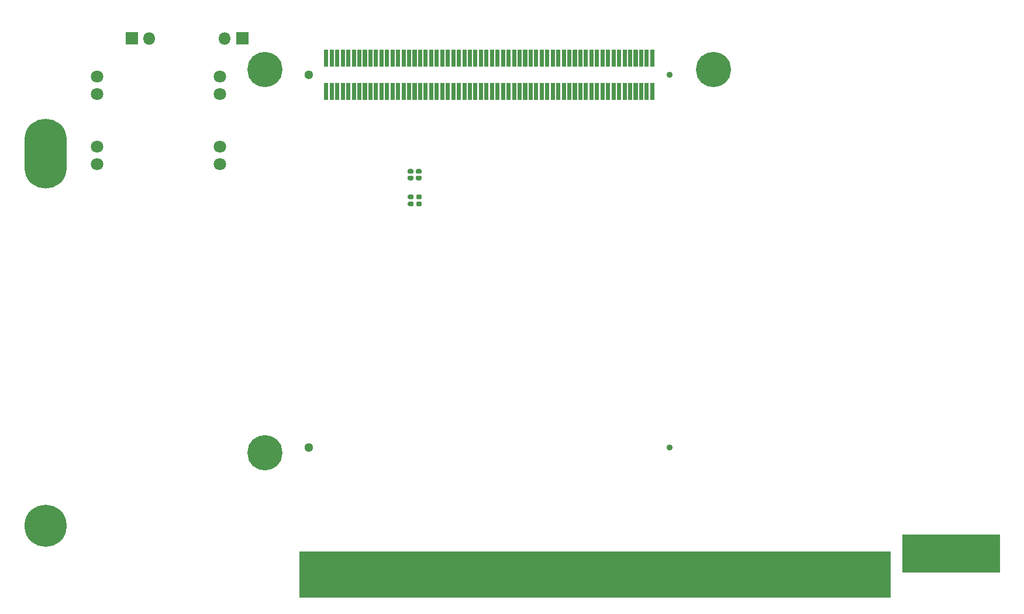
<source format=gbs>
%TF.GenerationSoftware,KiCad,Pcbnew,(5.1.9)-1*%
%TF.CreationDate,2021-06-12T00:32:34+08:00*%
%TF.ProjectId,V1,56312e6b-6963-4616-945f-706362585858,rev?*%
%TF.SameCoordinates,Original*%
%TF.FileFunction,Soldermask,Bot*%
%TF.FilePolarity,Negative*%
%FSLAX46Y46*%
G04 Gerber Fmt 4.6, Leading zero omitted, Abs format (unit mm)*
G04 Created by KiCad (PCBNEW (5.1.9)-1) date 2021-06-12 00:32:34*
%MOMM*%
%LPD*%
G01*
G04 APERTURE LIST*
%ADD10C,0.100000*%
%ADD11O,6.100000X10.100000*%
%ADD12C,6.100000*%
%ADD13C,1.300000*%
%ADD14C,0.900000*%
%ADD15C,5.100000*%
%ADD16O,1.800000X1.800000*%
%ADD17C,1.800000*%
G04 APERTURE END LIST*
D10*
G36*
X233580000Y-131360000D02*
G01*
X219590000Y-131360000D01*
X219590000Y-125940000D01*
X233580000Y-125940000D01*
X233580000Y-131360000D01*
G37*
X233580000Y-131360000D02*
X219590000Y-131360000D01*
X219590000Y-125940000D01*
X233580000Y-125940000D01*
X233580000Y-131360000D01*
G36*
X217750000Y-135000000D02*
G01*
X132250000Y-135000000D01*
X132250000Y-128350000D01*
X217750000Y-128350000D01*
X217750000Y-135000000D01*
G37*
X217750000Y-135000000D02*
X132250000Y-135000000D01*
X132250000Y-128350000D01*
X217750000Y-128350000D01*
X217750000Y-135000000D01*
D11*
X95500000Y-70739000D03*
D12*
X95500000Y-124650001D03*
D13*
X133650000Y-113250000D03*
D14*
X185850000Y-113250000D03*
D15*
X127250000Y-114050000D03*
G36*
G01*
X183050000Y-62875000D02*
X183050000Y-60475000D01*
G75*
G02*
X183100000Y-60425000I50000J0D01*
G01*
X183600000Y-60425000D01*
G75*
G02*
X183650000Y-60475000I0J-50000D01*
G01*
X183650000Y-62875000D01*
G75*
G02*
X183600000Y-62925000I-50000J0D01*
G01*
X183100000Y-62925000D01*
G75*
G02*
X183050000Y-62875000I0J50000D01*
G01*
G37*
G36*
G01*
X182250000Y-62875000D02*
X182250000Y-60475000D01*
G75*
G02*
X182300000Y-60425000I50000J0D01*
G01*
X182800000Y-60425000D01*
G75*
G02*
X182850000Y-60475000I0J-50000D01*
G01*
X182850000Y-62875000D01*
G75*
G02*
X182800000Y-62925000I-50000J0D01*
G01*
X182300000Y-62925000D01*
G75*
G02*
X182250000Y-62875000I0J50000D01*
G01*
G37*
G36*
G01*
X181450000Y-62875000D02*
X181450000Y-60475000D01*
G75*
G02*
X181500000Y-60425000I50000J0D01*
G01*
X182000000Y-60425000D01*
G75*
G02*
X182050000Y-60475000I0J-50000D01*
G01*
X182050000Y-62875000D01*
G75*
G02*
X182000000Y-62925000I-50000J0D01*
G01*
X181500000Y-62925000D01*
G75*
G02*
X181450000Y-62875000I0J50000D01*
G01*
G37*
G36*
G01*
X180650000Y-62875000D02*
X180650000Y-60475000D01*
G75*
G02*
X180700000Y-60425000I50000J0D01*
G01*
X181200000Y-60425000D01*
G75*
G02*
X181250000Y-60475000I0J-50000D01*
G01*
X181250000Y-62875000D01*
G75*
G02*
X181200000Y-62925000I-50000J0D01*
G01*
X180700000Y-62925000D01*
G75*
G02*
X180650000Y-62875000I0J50000D01*
G01*
G37*
G36*
G01*
X179850000Y-62875000D02*
X179850000Y-60475000D01*
G75*
G02*
X179900000Y-60425000I50000J0D01*
G01*
X180400000Y-60425000D01*
G75*
G02*
X180450000Y-60475000I0J-50000D01*
G01*
X180450000Y-62875000D01*
G75*
G02*
X180400000Y-62925000I-50000J0D01*
G01*
X179900000Y-62925000D01*
G75*
G02*
X179850000Y-62875000I0J50000D01*
G01*
G37*
G36*
G01*
X179050000Y-62875000D02*
X179050000Y-60475000D01*
G75*
G02*
X179100000Y-60425000I50000J0D01*
G01*
X179600000Y-60425000D01*
G75*
G02*
X179650000Y-60475000I0J-50000D01*
G01*
X179650000Y-62875000D01*
G75*
G02*
X179600000Y-62925000I-50000J0D01*
G01*
X179100000Y-62925000D01*
G75*
G02*
X179050000Y-62875000I0J50000D01*
G01*
G37*
G36*
G01*
X178250000Y-62875000D02*
X178250000Y-60475000D01*
G75*
G02*
X178300000Y-60425000I50000J0D01*
G01*
X178800000Y-60425000D01*
G75*
G02*
X178850000Y-60475000I0J-50000D01*
G01*
X178850000Y-62875000D01*
G75*
G02*
X178800000Y-62925000I-50000J0D01*
G01*
X178300000Y-62925000D01*
G75*
G02*
X178250000Y-62875000I0J50000D01*
G01*
G37*
G36*
G01*
X177450000Y-62875000D02*
X177450000Y-60475000D01*
G75*
G02*
X177500000Y-60425000I50000J0D01*
G01*
X178000000Y-60425000D01*
G75*
G02*
X178050000Y-60475000I0J-50000D01*
G01*
X178050000Y-62875000D01*
G75*
G02*
X178000000Y-62925000I-50000J0D01*
G01*
X177500000Y-62925000D01*
G75*
G02*
X177450000Y-62875000I0J50000D01*
G01*
G37*
G36*
G01*
X176650000Y-62875000D02*
X176650000Y-60475000D01*
G75*
G02*
X176700000Y-60425000I50000J0D01*
G01*
X177200000Y-60425000D01*
G75*
G02*
X177250000Y-60475000I0J-50000D01*
G01*
X177250000Y-62875000D01*
G75*
G02*
X177200000Y-62925000I-50000J0D01*
G01*
X176700000Y-62925000D01*
G75*
G02*
X176650000Y-62875000I0J50000D01*
G01*
G37*
G36*
G01*
X175850000Y-62875000D02*
X175850000Y-60475000D01*
G75*
G02*
X175900000Y-60425000I50000J0D01*
G01*
X176400000Y-60425000D01*
G75*
G02*
X176450000Y-60475000I0J-50000D01*
G01*
X176450000Y-62875000D01*
G75*
G02*
X176400000Y-62925000I-50000J0D01*
G01*
X175900000Y-62925000D01*
G75*
G02*
X175850000Y-62875000I0J50000D01*
G01*
G37*
G36*
G01*
X175050000Y-62875000D02*
X175050000Y-60475000D01*
G75*
G02*
X175100000Y-60425000I50000J0D01*
G01*
X175600000Y-60425000D01*
G75*
G02*
X175650000Y-60475000I0J-50000D01*
G01*
X175650000Y-62875000D01*
G75*
G02*
X175600000Y-62925000I-50000J0D01*
G01*
X175100000Y-62925000D01*
G75*
G02*
X175050000Y-62875000I0J50000D01*
G01*
G37*
G36*
G01*
X174250000Y-62875000D02*
X174250000Y-60475000D01*
G75*
G02*
X174300000Y-60425000I50000J0D01*
G01*
X174800000Y-60425000D01*
G75*
G02*
X174850000Y-60475000I0J-50000D01*
G01*
X174850000Y-62875000D01*
G75*
G02*
X174800000Y-62925000I-50000J0D01*
G01*
X174300000Y-62925000D01*
G75*
G02*
X174250000Y-62875000I0J50000D01*
G01*
G37*
G36*
G01*
X173450000Y-62875000D02*
X173450000Y-60475000D01*
G75*
G02*
X173500000Y-60425000I50000J0D01*
G01*
X174000000Y-60425000D01*
G75*
G02*
X174050000Y-60475000I0J-50000D01*
G01*
X174050000Y-62875000D01*
G75*
G02*
X174000000Y-62925000I-50000J0D01*
G01*
X173500000Y-62925000D01*
G75*
G02*
X173450000Y-62875000I0J50000D01*
G01*
G37*
G36*
G01*
X172650000Y-62875000D02*
X172650000Y-60475000D01*
G75*
G02*
X172700000Y-60425000I50000J0D01*
G01*
X173200000Y-60425000D01*
G75*
G02*
X173250000Y-60475000I0J-50000D01*
G01*
X173250000Y-62875000D01*
G75*
G02*
X173200000Y-62925000I-50000J0D01*
G01*
X172700000Y-62925000D01*
G75*
G02*
X172650000Y-62875000I0J50000D01*
G01*
G37*
G36*
G01*
X171850000Y-62875000D02*
X171850000Y-60475000D01*
G75*
G02*
X171900000Y-60425000I50000J0D01*
G01*
X172400000Y-60425000D01*
G75*
G02*
X172450000Y-60475000I0J-50000D01*
G01*
X172450000Y-62875000D01*
G75*
G02*
X172400000Y-62925000I-50000J0D01*
G01*
X171900000Y-62925000D01*
G75*
G02*
X171850000Y-62875000I0J50000D01*
G01*
G37*
G36*
G01*
X171050000Y-62875000D02*
X171050000Y-60475000D01*
G75*
G02*
X171100000Y-60425000I50000J0D01*
G01*
X171600000Y-60425000D01*
G75*
G02*
X171650000Y-60475000I0J-50000D01*
G01*
X171650000Y-62875000D01*
G75*
G02*
X171600000Y-62925000I-50000J0D01*
G01*
X171100000Y-62925000D01*
G75*
G02*
X171050000Y-62875000I0J50000D01*
G01*
G37*
G36*
G01*
X170250000Y-62875000D02*
X170250000Y-60475000D01*
G75*
G02*
X170300000Y-60425000I50000J0D01*
G01*
X170800000Y-60425000D01*
G75*
G02*
X170850000Y-60475000I0J-50000D01*
G01*
X170850000Y-62875000D01*
G75*
G02*
X170800000Y-62925000I-50000J0D01*
G01*
X170300000Y-62925000D01*
G75*
G02*
X170250000Y-62875000I0J50000D01*
G01*
G37*
G36*
G01*
X169450000Y-62875000D02*
X169450000Y-60475000D01*
G75*
G02*
X169500000Y-60425000I50000J0D01*
G01*
X170000000Y-60425000D01*
G75*
G02*
X170050000Y-60475000I0J-50000D01*
G01*
X170050000Y-62875000D01*
G75*
G02*
X170000000Y-62925000I-50000J0D01*
G01*
X169500000Y-62925000D01*
G75*
G02*
X169450000Y-62875000I0J50000D01*
G01*
G37*
G36*
G01*
X168650000Y-62875000D02*
X168650000Y-60475000D01*
G75*
G02*
X168700000Y-60425000I50000J0D01*
G01*
X169200000Y-60425000D01*
G75*
G02*
X169250000Y-60475000I0J-50000D01*
G01*
X169250000Y-62875000D01*
G75*
G02*
X169200000Y-62925000I-50000J0D01*
G01*
X168700000Y-62925000D01*
G75*
G02*
X168650000Y-62875000I0J50000D01*
G01*
G37*
G36*
G01*
X167850000Y-62875000D02*
X167850000Y-60475000D01*
G75*
G02*
X167900000Y-60425000I50000J0D01*
G01*
X168400000Y-60425000D01*
G75*
G02*
X168450000Y-60475000I0J-50000D01*
G01*
X168450000Y-62875000D01*
G75*
G02*
X168400000Y-62925000I-50000J0D01*
G01*
X167900000Y-62925000D01*
G75*
G02*
X167850000Y-62875000I0J50000D01*
G01*
G37*
G36*
G01*
X167050000Y-62875000D02*
X167050000Y-60475000D01*
G75*
G02*
X167100000Y-60425000I50000J0D01*
G01*
X167600000Y-60425000D01*
G75*
G02*
X167650000Y-60475000I0J-50000D01*
G01*
X167650000Y-62875000D01*
G75*
G02*
X167600000Y-62925000I-50000J0D01*
G01*
X167100000Y-62925000D01*
G75*
G02*
X167050000Y-62875000I0J50000D01*
G01*
G37*
G36*
G01*
X166250000Y-62875000D02*
X166250000Y-60475000D01*
G75*
G02*
X166300000Y-60425000I50000J0D01*
G01*
X166800000Y-60425000D01*
G75*
G02*
X166850000Y-60475000I0J-50000D01*
G01*
X166850000Y-62875000D01*
G75*
G02*
X166800000Y-62925000I-50000J0D01*
G01*
X166300000Y-62925000D01*
G75*
G02*
X166250000Y-62875000I0J50000D01*
G01*
G37*
G36*
G01*
X165450000Y-62875000D02*
X165450000Y-60475000D01*
G75*
G02*
X165500000Y-60425000I50000J0D01*
G01*
X166000000Y-60425000D01*
G75*
G02*
X166050000Y-60475000I0J-50000D01*
G01*
X166050000Y-62875000D01*
G75*
G02*
X166000000Y-62925000I-50000J0D01*
G01*
X165500000Y-62925000D01*
G75*
G02*
X165450000Y-62875000I0J50000D01*
G01*
G37*
G36*
G01*
X164650000Y-62875000D02*
X164650000Y-60475000D01*
G75*
G02*
X164700000Y-60425000I50000J0D01*
G01*
X165200000Y-60425000D01*
G75*
G02*
X165250000Y-60475000I0J-50000D01*
G01*
X165250000Y-62875000D01*
G75*
G02*
X165200000Y-62925000I-50000J0D01*
G01*
X164700000Y-62925000D01*
G75*
G02*
X164650000Y-62875000I0J50000D01*
G01*
G37*
G36*
G01*
X163850000Y-62875000D02*
X163850000Y-60475000D01*
G75*
G02*
X163900000Y-60425000I50000J0D01*
G01*
X164400000Y-60425000D01*
G75*
G02*
X164450000Y-60475000I0J-50000D01*
G01*
X164450000Y-62875000D01*
G75*
G02*
X164400000Y-62925000I-50000J0D01*
G01*
X163900000Y-62925000D01*
G75*
G02*
X163850000Y-62875000I0J50000D01*
G01*
G37*
G36*
G01*
X163050000Y-62875000D02*
X163050000Y-60475000D01*
G75*
G02*
X163100000Y-60425000I50000J0D01*
G01*
X163600000Y-60425000D01*
G75*
G02*
X163650000Y-60475000I0J-50000D01*
G01*
X163650000Y-62875000D01*
G75*
G02*
X163600000Y-62925000I-50000J0D01*
G01*
X163100000Y-62925000D01*
G75*
G02*
X163050000Y-62875000I0J50000D01*
G01*
G37*
G36*
G01*
X162250000Y-62875000D02*
X162250000Y-60475000D01*
G75*
G02*
X162300000Y-60425000I50000J0D01*
G01*
X162800000Y-60425000D01*
G75*
G02*
X162850000Y-60475000I0J-50000D01*
G01*
X162850000Y-62875000D01*
G75*
G02*
X162800000Y-62925000I-50000J0D01*
G01*
X162300000Y-62925000D01*
G75*
G02*
X162250000Y-62875000I0J50000D01*
G01*
G37*
G36*
G01*
X161450000Y-62875000D02*
X161450000Y-60475000D01*
G75*
G02*
X161500000Y-60425000I50000J0D01*
G01*
X162000000Y-60425000D01*
G75*
G02*
X162050000Y-60475000I0J-50000D01*
G01*
X162050000Y-62875000D01*
G75*
G02*
X162000000Y-62925000I-50000J0D01*
G01*
X161500000Y-62925000D01*
G75*
G02*
X161450000Y-62875000I0J50000D01*
G01*
G37*
G36*
G01*
X160650000Y-62875000D02*
X160650000Y-60475000D01*
G75*
G02*
X160700000Y-60425000I50000J0D01*
G01*
X161200000Y-60425000D01*
G75*
G02*
X161250000Y-60475000I0J-50000D01*
G01*
X161250000Y-62875000D01*
G75*
G02*
X161200000Y-62925000I-50000J0D01*
G01*
X160700000Y-62925000D01*
G75*
G02*
X160650000Y-62875000I0J50000D01*
G01*
G37*
G36*
G01*
X159850000Y-62875000D02*
X159850000Y-60475000D01*
G75*
G02*
X159900000Y-60425000I50000J0D01*
G01*
X160400000Y-60425000D01*
G75*
G02*
X160450000Y-60475000I0J-50000D01*
G01*
X160450000Y-62875000D01*
G75*
G02*
X160400000Y-62925000I-50000J0D01*
G01*
X159900000Y-62925000D01*
G75*
G02*
X159850000Y-62875000I0J50000D01*
G01*
G37*
G36*
G01*
X159050000Y-62875000D02*
X159050000Y-60475000D01*
G75*
G02*
X159100000Y-60425000I50000J0D01*
G01*
X159600000Y-60425000D01*
G75*
G02*
X159650000Y-60475000I0J-50000D01*
G01*
X159650000Y-62875000D01*
G75*
G02*
X159600000Y-62925000I-50000J0D01*
G01*
X159100000Y-62925000D01*
G75*
G02*
X159050000Y-62875000I0J50000D01*
G01*
G37*
G36*
G01*
X158250000Y-62875000D02*
X158250000Y-60475000D01*
G75*
G02*
X158300000Y-60425000I50000J0D01*
G01*
X158800000Y-60425000D01*
G75*
G02*
X158850000Y-60475000I0J-50000D01*
G01*
X158850000Y-62875000D01*
G75*
G02*
X158800000Y-62925000I-50000J0D01*
G01*
X158300000Y-62925000D01*
G75*
G02*
X158250000Y-62875000I0J50000D01*
G01*
G37*
G36*
G01*
X157450000Y-62875000D02*
X157450000Y-60475000D01*
G75*
G02*
X157500000Y-60425000I50000J0D01*
G01*
X158000000Y-60425000D01*
G75*
G02*
X158050000Y-60475000I0J-50000D01*
G01*
X158050000Y-62875000D01*
G75*
G02*
X158000000Y-62925000I-50000J0D01*
G01*
X157500000Y-62925000D01*
G75*
G02*
X157450000Y-62875000I0J50000D01*
G01*
G37*
G36*
G01*
X156650000Y-62875000D02*
X156650000Y-60475000D01*
G75*
G02*
X156700000Y-60425000I50000J0D01*
G01*
X157200000Y-60425000D01*
G75*
G02*
X157250000Y-60475000I0J-50000D01*
G01*
X157250000Y-62875000D01*
G75*
G02*
X157200000Y-62925000I-50000J0D01*
G01*
X156700000Y-62925000D01*
G75*
G02*
X156650000Y-62875000I0J50000D01*
G01*
G37*
G36*
G01*
X155850000Y-62875000D02*
X155850000Y-60475000D01*
G75*
G02*
X155900000Y-60425000I50000J0D01*
G01*
X156400000Y-60425000D01*
G75*
G02*
X156450000Y-60475000I0J-50000D01*
G01*
X156450000Y-62875000D01*
G75*
G02*
X156400000Y-62925000I-50000J0D01*
G01*
X155900000Y-62925000D01*
G75*
G02*
X155850000Y-62875000I0J50000D01*
G01*
G37*
G36*
G01*
X155050000Y-62875000D02*
X155050000Y-60475000D01*
G75*
G02*
X155100000Y-60425000I50000J0D01*
G01*
X155600000Y-60425000D01*
G75*
G02*
X155650000Y-60475000I0J-50000D01*
G01*
X155650000Y-62875000D01*
G75*
G02*
X155600000Y-62925000I-50000J0D01*
G01*
X155100000Y-62925000D01*
G75*
G02*
X155050000Y-62875000I0J50000D01*
G01*
G37*
G36*
G01*
X154250000Y-62875000D02*
X154250000Y-60475000D01*
G75*
G02*
X154300000Y-60425000I50000J0D01*
G01*
X154800000Y-60425000D01*
G75*
G02*
X154850000Y-60475000I0J-50000D01*
G01*
X154850000Y-62875000D01*
G75*
G02*
X154800000Y-62925000I-50000J0D01*
G01*
X154300000Y-62925000D01*
G75*
G02*
X154250000Y-62875000I0J50000D01*
G01*
G37*
G36*
G01*
X153450000Y-62875000D02*
X153450000Y-60475000D01*
G75*
G02*
X153500000Y-60425000I50000J0D01*
G01*
X154000000Y-60425000D01*
G75*
G02*
X154050000Y-60475000I0J-50000D01*
G01*
X154050000Y-62875000D01*
G75*
G02*
X154000000Y-62925000I-50000J0D01*
G01*
X153500000Y-62925000D01*
G75*
G02*
X153450000Y-62875000I0J50000D01*
G01*
G37*
G36*
G01*
X152650000Y-62875000D02*
X152650000Y-60475000D01*
G75*
G02*
X152700000Y-60425000I50000J0D01*
G01*
X153200000Y-60425000D01*
G75*
G02*
X153250000Y-60475000I0J-50000D01*
G01*
X153250000Y-62875000D01*
G75*
G02*
X153200000Y-62925000I-50000J0D01*
G01*
X152700000Y-62925000D01*
G75*
G02*
X152650000Y-62875000I0J50000D01*
G01*
G37*
G36*
G01*
X151850000Y-62875000D02*
X151850000Y-60475000D01*
G75*
G02*
X151900000Y-60425000I50000J0D01*
G01*
X152400000Y-60425000D01*
G75*
G02*
X152450000Y-60475000I0J-50000D01*
G01*
X152450000Y-62875000D01*
G75*
G02*
X152400000Y-62925000I-50000J0D01*
G01*
X151900000Y-62925000D01*
G75*
G02*
X151850000Y-62875000I0J50000D01*
G01*
G37*
G36*
G01*
X151050000Y-62875000D02*
X151050000Y-60475000D01*
G75*
G02*
X151100000Y-60425000I50000J0D01*
G01*
X151600000Y-60425000D01*
G75*
G02*
X151650000Y-60475000I0J-50000D01*
G01*
X151650000Y-62875000D01*
G75*
G02*
X151600000Y-62925000I-50000J0D01*
G01*
X151100000Y-62925000D01*
G75*
G02*
X151050000Y-62875000I0J50000D01*
G01*
G37*
G36*
G01*
X150250000Y-62875000D02*
X150250000Y-60475000D01*
G75*
G02*
X150300000Y-60425000I50000J0D01*
G01*
X150800000Y-60425000D01*
G75*
G02*
X150850000Y-60475000I0J-50000D01*
G01*
X150850000Y-62875000D01*
G75*
G02*
X150800000Y-62925000I-50000J0D01*
G01*
X150300000Y-62925000D01*
G75*
G02*
X150250000Y-62875000I0J50000D01*
G01*
G37*
G36*
G01*
X149450000Y-62875000D02*
X149450000Y-60475000D01*
G75*
G02*
X149500000Y-60425000I50000J0D01*
G01*
X150000000Y-60425000D01*
G75*
G02*
X150050000Y-60475000I0J-50000D01*
G01*
X150050000Y-62875000D01*
G75*
G02*
X150000000Y-62925000I-50000J0D01*
G01*
X149500000Y-62925000D01*
G75*
G02*
X149450000Y-62875000I0J50000D01*
G01*
G37*
G36*
G01*
X148650000Y-62875000D02*
X148650000Y-60475000D01*
G75*
G02*
X148700000Y-60425000I50000J0D01*
G01*
X149200000Y-60425000D01*
G75*
G02*
X149250000Y-60475000I0J-50000D01*
G01*
X149250000Y-62875000D01*
G75*
G02*
X149200000Y-62925000I-50000J0D01*
G01*
X148700000Y-62925000D01*
G75*
G02*
X148650000Y-62875000I0J50000D01*
G01*
G37*
G36*
G01*
X147850000Y-62875000D02*
X147850000Y-60475000D01*
G75*
G02*
X147900000Y-60425000I50000J0D01*
G01*
X148400000Y-60425000D01*
G75*
G02*
X148450000Y-60475000I0J-50000D01*
G01*
X148450000Y-62875000D01*
G75*
G02*
X148400000Y-62925000I-50000J0D01*
G01*
X147900000Y-62925000D01*
G75*
G02*
X147850000Y-62875000I0J50000D01*
G01*
G37*
G36*
G01*
X147050000Y-62875000D02*
X147050000Y-60475000D01*
G75*
G02*
X147100000Y-60425000I50000J0D01*
G01*
X147600000Y-60425000D01*
G75*
G02*
X147650000Y-60475000I0J-50000D01*
G01*
X147650000Y-62875000D01*
G75*
G02*
X147600000Y-62925000I-50000J0D01*
G01*
X147100000Y-62925000D01*
G75*
G02*
X147050000Y-62875000I0J50000D01*
G01*
G37*
G36*
G01*
X146250000Y-62875000D02*
X146250000Y-60475000D01*
G75*
G02*
X146300000Y-60425000I50000J0D01*
G01*
X146800000Y-60425000D01*
G75*
G02*
X146850000Y-60475000I0J-50000D01*
G01*
X146850000Y-62875000D01*
G75*
G02*
X146800000Y-62925000I-50000J0D01*
G01*
X146300000Y-62925000D01*
G75*
G02*
X146250000Y-62875000I0J50000D01*
G01*
G37*
G36*
G01*
X145450000Y-62875000D02*
X145450000Y-60475000D01*
G75*
G02*
X145500000Y-60425000I50000J0D01*
G01*
X146000000Y-60425000D01*
G75*
G02*
X146050000Y-60475000I0J-50000D01*
G01*
X146050000Y-62875000D01*
G75*
G02*
X146000000Y-62925000I-50000J0D01*
G01*
X145500000Y-62925000D01*
G75*
G02*
X145450000Y-62875000I0J50000D01*
G01*
G37*
G36*
G01*
X144650000Y-62875000D02*
X144650000Y-60475000D01*
G75*
G02*
X144700000Y-60425000I50000J0D01*
G01*
X145200000Y-60425000D01*
G75*
G02*
X145250000Y-60475000I0J-50000D01*
G01*
X145250000Y-62875000D01*
G75*
G02*
X145200000Y-62925000I-50000J0D01*
G01*
X144700000Y-62925000D01*
G75*
G02*
X144650000Y-62875000I0J50000D01*
G01*
G37*
G36*
G01*
X143850000Y-62875000D02*
X143850000Y-60475000D01*
G75*
G02*
X143900000Y-60425000I50000J0D01*
G01*
X144400000Y-60425000D01*
G75*
G02*
X144450000Y-60475000I0J-50000D01*
G01*
X144450000Y-62875000D01*
G75*
G02*
X144400000Y-62925000I-50000J0D01*
G01*
X143900000Y-62925000D01*
G75*
G02*
X143850000Y-62875000I0J50000D01*
G01*
G37*
G36*
G01*
X143050000Y-62875000D02*
X143050000Y-60475000D01*
G75*
G02*
X143100000Y-60425000I50000J0D01*
G01*
X143600000Y-60425000D01*
G75*
G02*
X143650000Y-60475000I0J-50000D01*
G01*
X143650000Y-62875000D01*
G75*
G02*
X143600000Y-62925000I-50000J0D01*
G01*
X143100000Y-62925000D01*
G75*
G02*
X143050000Y-62875000I0J50000D01*
G01*
G37*
G36*
G01*
X142250000Y-62875000D02*
X142250000Y-60475000D01*
G75*
G02*
X142300000Y-60425000I50000J0D01*
G01*
X142800000Y-60425000D01*
G75*
G02*
X142850000Y-60475000I0J-50000D01*
G01*
X142850000Y-62875000D01*
G75*
G02*
X142800000Y-62925000I-50000J0D01*
G01*
X142300000Y-62925000D01*
G75*
G02*
X142250000Y-62875000I0J50000D01*
G01*
G37*
G36*
G01*
X141450000Y-62875000D02*
X141450000Y-60475000D01*
G75*
G02*
X141500000Y-60425000I50000J0D01*
G01*
X142000000Y-60425000D01*
G75*
G02*
X142050000Y-60475000I0J-50000D01*
G01*
X142050000Y-62875000D01*
G75*
G02*
X142000000Y-62925000I-50000J0D01*
G01*
X141500000Y-62925000D01*
G75*
G02*
X141450000Y-62875000I0J50000D01*
G01*
G37*
G36*
G01*
X140650000Y-62875000D02*
X140650000Y-60475000D01*
G75*
G02*
X140700000Y-60425000I50000J0D01*
G01*
X141200000Y-60425000D01*
G75*
G02*
X141250000Y-60475000I0J-50000D01*
G01*
X141250000Y-62875000D01*
G75*
G02*
X141200000Y-62925000I-50000J0D01*
G01*
X140700000Y-62925000D01*
G75*
G02*
X140650000Y-62875000I0J50000D01*
G01*
G37*
G36*
G01*
X139850000Y-62875000D02*
X139850000Y-60475000D01*
G75*
G02*
X139900000Y-60425000I50000J0D01*
G01*
X140400000Y-60425000D01*
G75*
G02*
X140450000Y-60475000I0J-50000D01*
G01*
X140450000Y-62875000D01*
G75*
G02*
X140400000Y-62925000I-50000J0D01*
G01*
X139900000Y-62925000D01*
G75*
G02*
X139850000Y-62875000I0J50000D01*
G01*
G37*
G36*
G01*
X139050000Y-62875000D02*
X139050000Y-60475000D01*
G75*
G02*
X139100000Y-60425000I50000J0D01*
G01*
X139600000Y-60425000D01*
G75*
G02*
X139650000Y-60475000I0J-50000D01*
G01*
X139650000Y-62875000D01*
G75*
G02*
X139600000Y-62925000I-50000J0D01*
G01*
X139100000Y-62925000D01*
G75*
G02*
X139050000Y-62875000I0J50000D01*
G01*
G37*
G36*
G01*
X138250000Y-62875000D02*
X138250000Y-60475000D01*
G75*
G02*
X138300000Y-60425000I50000J0D01*
G01*
X138800000Y-60425000D01*
G75*
G02*
X138850000Y-60475000I0J-50000D01*
G01*
X138850000Y-62875000D01*
G75*
G02*
X138800000Y-62925000I-50000J0D01*
G01*
X138300000Y-62925000D01*
G75*
G02*
X138250000Y-62875000I0J50000D01*
G01*
G37*
G36*
G01*
X137450000Y-62875000D02*
X137450000Y-60475000D01*
G75*
G02*
X137500000Y-60425000I50000J0D01*
G01*
X138000000Y-60425000D01*
G75*
G02*
X138050000Y-60475000I0J-50000D01*
G01*
X138050000Y-62875000D01*
G75*
G02*
X138000000Y-62925000I-50000J0D01*
G01*
X137500000Y-62925000D01*
G75*
G02*
X137450000Y-62875000I0J50000D01*
G01*
G37*
G36*
G01*
X136650000Y-62875000D02*
X136650000Y-60475000D01*
G75*
G02*
X136700000Y-60425000I50000J0D01*
G01*
X137200000Y-60425000D01*
G75*
G02*
X137250000Y-60475000I0J-50000D01*
G01*
X137250000Y-62875000D01*
G75*
G02*
X137200000Y-62925000I-50000J0D01*
G01*
X136700000Y-62925000D01*
G75*
G02*
X136650000Y-62875000I0J50000D01*
G01*
G37*
G36*
G01*
X135850000Y-62875000D02*
X135850000Y-60475000D01*
G75*
G02*
X135900000Y-60425000I50000J0D01*
G01*
X136400000Y-60425000D01*
G75*
G02*
X136450000Y-60475000I0J-50000D01*
G01*
X136450000Y-62875000D01*
G75*
G02*
X136400000Y-62925000I-50000J0D01*
G01*
X135900000Y-62925000D01*
G75*
G02*
X135850000Y-62875000I0J50000D01*
G01*
G37*
G36*
G01*
X183050000Y-58075000D02*
X183050000Y-55675000D01*
G75*
G02*
X183100000Y-55625000I50000J0D01*
G01*
X183600000Y-55625000D01*
G75*
G02*
X183650000Y-55675000I0J-50000D01*
G01*
X183650000Y-58075000D01*
G75*
G02*
X183600000Y-58125000I-50000J0D01*
G01*
X183100000Y-58125000D01*
G75*
G02*
X183050000Y-58075000I0J50000D01*
G01*
G37*
G36*
G01*
X182250000Y-58075000D02*
X182250000Y-55675000D01*
G75*
G02*
X182300000Y-55625000I50000J0D01*
G01*
X182800000Y-55625000D01*
G75*
G02*
X182850000Y-55675000I0J-50000D01*
G01*
X182850000Y-58075000D01*
G75*
G02*
X182800000Y-58125000I-50000J0D01*
G01*
X182300000Y-58125000D01*
G75*
G02*
X182250000Y-58075000I0J50000D01*
G01*
G37*
G36*
G01*
X181450000Y-58075000D02*
X181450000Y-55675000D01*
G75*
G02*
X181500000Y-55625000I50000J0D01*
G01*
X182000000Y-55625000D01*
G75*
G02*
X182050000Y-55675000I0J-50000D01*
G01*
X182050000Y-58075000D01*
G75*
G02*
X182000000Y-58125000I-50000J0D01*
G01*
X181500000Y-58125000D01*
G75*
G02*
X181450000Y-58075000I0J50000D01*
G01*
G37*
G36*
G01*
X180650000Y-58075000D02*
X180650000Y-55675000D01*
G75*
G02*
X180700000Y-55625000I50000J0D01*
G01*
X181200000Y-55625000D01*
G75*
G02*
X181250000Y-55675000I0J-50000D01*
G01*
X181250000Y-58075000D01*
G75*
G02*
X181200000Y-58125000I-50000J0D01*
G01*
X180700000Y-58125000D01*
G75*
G02*
X180650000Y-58075000I0J50000D01*
G01*
G37*
G36*
G01*
X179850000Y-58075000D02*
X179850000Y-55675000D01*
G75*
G02*
X179900000Y-55625000I50000J0D01*
G01*
X180400000Y-55625000D01*
G75*
G02*
X180450000Y-55675000I0J-50000D01*
G01*
X180450000Y-58075000D01*
G75*
G02*
X180400000Y-58125000I-50000J0D01*
G01*
X179900000Y-58125000D01*
G75*
G02*
X179850000Y-58075000I0J50000D01*
G01*
G37*
G36*
G01*
X179050000Y-58075000D02*
X179050000Y-55675000D01*
G75*
G02*
X179100000Y-55625000I50000J0D01*
G01*
X179600000Y-55625000D01*
G75*
G02*
X179650000Y-55675000I0J-50000D01*
G01*
X179650000Y-58075000D01*
G75*
G02*
X179600000Y-58125000I-50000J0D01*
G01*
X179100000Y-58125000D01*
G75*
G02*
X179050000Y-58075000I0J50000D01*
G01*
G37*
G36*
G01*
X178250000Y-58075000D02*
X178250000Y-55675000D01*
G75*
G02*
X178300000Y-55625000I50000J0D01*
G01*
X178800000Y-55625000D01*
G75*
G02*
X178850000Y-55675000I0J-50000D01*
G01*
X178850000Y-58075000D01*
G75*
G02*
X178800000Y-58125000I-50000J0D01*
G01*
X178300000Y-58125000D01*
G75*
G02*
X178250000Y-58075000I0J50000D01*
G01*
G37*
G36*
G01*
X177450000Y-58075000D02*
X177450000Y-55675000D01*
G75*
G02*
X177500000Y-55625000I50000J0D01*
G01*
X178000000Y-55625000D01*
G75*
G02*
X178050000Y-55675000I0J-50000D01*
G01*
X178050000Y-58075000D01*
G75*
G02*
X178000000Y-58125000I-50000J0D01*
G01*
X177500000Y-58125000D01*
G75*
G02*
X177450000Y-58075000I0J50000D01*
G01*
G37*
G36*
G01*
X176650000Y-58075000D02*
X176650000Y-55675000D01*
G75*
G02*
X176700000Y-55625000I50000J0D01*
G01*
X177200000Y-55625000D01*
G75*
G02*
X177250000Y-55675000I0J-50000D01*
G01*
X177250000Y-58075000D01*
G75*
G02*
X177200000Y-58125000I-50000J0D01*
G01*
X176700000Y-58125000D01*
G75*
G02*
X176650000Y-58075000I0J50000D01*
G01*
G37*
G36*
G01*
X175850000Y-58075000D02*
X175850000Y-55675000D01*
G75*
G02*
X175900000Y-55625000I50000J0D01*
G01*
X176400000Y-55625000D01*
G75*
G02*
X176450000Y-55675000I0J-50000D01*
G01*
X176450000Y-58075000D01*
G75*
G02*
X176400000Y-58125000I-50000J0D01*
G01*
X175900000Y-58125000D01*
G75*
G02*
X175850000Y-58075000I0J50000D01*
G01*
G37*
G36*
G01*
X175050000Y-58075000D02*
X175050000Y-55675000D01*
G75*
G02*
X175100000Y-55625000I50000J0D01*
G01*
X175600000Y-55625000D01*
G75*
G02*
X175650000Y-55675000I0J-50000D01*
G01*
X175650000Y-58075000D01*
G75*
G02*
X175600000Y-58125000I-50000J0D01*
G01*
X175100000Y-58125000D01*
G75*
G02*
X175050000Y-58075000I0J50000D01*
G01*
G37*
G36*
G01*
X174250000Y-58075000D02*
X174250000Y-55675000D01*
G75*
G02*
X174300000Y-55625000I50000J0D01*
G01*
X174800000Y-55625000D01*
G75*
G02*
X174850000Y-55675000I0J-50000D01*
G01*
X174850000Y-58075000D01*
G75*
G02*
X174800000Y-58125000I-50000J0D01*
G01*
X174300000Y-58125000D01*
G75*
G02*
X174250000Y-58075000I0J50000D01*
G01*
G37*
G36*
G01*
X173450000Y-58075000D02*
X173450000Y-55675000D01*
G75*
G02*
X173500000Y-55625000I50000J0D01*
G01*
X174000000Y-55625000D01*
G75*
G02*
X174050000Y-55675000I0J-50000D01*
G01*
X174050000Y-58075000D01*
G75*
G02*
X174000000Y-58125000I-50000J0D01*
G01*
X173500000Y-58125000D01*
G75*
G02*
X173450000Y-58075000I0J50000D01*
G01*
G37*
G36*
G01*
X172650000Y-58075000D02*
X172650000Y-55675000D01*
G75*
G02*
X172700000Y-55625000I50000J0D01*
G01*
X173200000Y-55625000D01*
G75*
G02*
X173250000Y-55675000I0J-50000D01*
G01*
X173250000Y-58075000D01*
G75*
G02*
X173200000Y-58125000I-50000J0D01*
G01*
X172700000Y-58125000D01*
G75*
G02*
X172650000Y-58075000I0J50000D01*
G01*
G37*
G36*
G01*
X171850000Y-58075000D02*
X171850000Y-55675000D01*
G75*
G02*
X171900000Y-55625000I50000J0D01*
G01*
X172400000Y-55625000D01*
G75*
G02*
X172450000Y-55675000I0J-50000D01*
G01*
X172450000Y-58075000D01*
G75*
G02*
X172400000Y-58125000I-50000J0D01*
G01*
X171900000Y-58125000D01*
G75*
G02*
X171850000Y-58075000I0J50000D01*
G01*
G37*
G36*
G01*
X171050000Y-58075000D02*
X171050000Y-55675000D01*
G75*
G02*
X171100000Y-55625000I50000J0D01*
G01*
X171600000Y-55625000D01*
G75*
G02*
X171650000Y-55675000I0J-50000D01*
G01*
X171650000Y-58075000D01*
G75*
G02*
X171600000Y-58125000I-50000J0D01*
G01*
X171100000Y-58125000D01*
G75*
G02*
X171050000Y-58075000I0J50000D01*
G01*
G37*
G36*
G01*
X170250000Y-58075000D02*
X170250000Y-55675000D01*
G75*
G02*
X170300000Y-55625000I50000J0D01*
G01*
X170800000Y-55625000D01*
G75*
G02*
X170850000Y-55675000I0J-50000D01*
G01*
X170850000Y-58075000D01*
G75*
G02*
X170800000Y-58125000I-50000J0D01*
G01*
X170300000Y-58125000D01*
G75*
G02*
X170250000Y-58075000I0J50000D01*
G01*
G37*
G36*
G01*
X169450000Y-58075000D02*
X169450000Y-55675000D01*
G75*
G02*
X169500000Y-55625000I50000J0D01*
G01*
X170000000Y-55625000D01*
G75*
G02*
X170050000Y-55675000I0J-50000D01*
G01*
X170050000Y-58075000D01*
G75*
G02*
X170000000Y-58125000I-50000J0D01*
G01*
X169500000Y-58125000D01*
G75*
G02*
X169450000Y-58075000I0J50000D01*
G01*
G37*
G36*
G01*
X168650000Y-58075000D02*
X168650000Y-55675000D01*
G75*
G02*
X168700000Y-55625000I50000J0D01*
G01*
X169200000Y-55625000D01*
G75*
G02*
X169250000Y-55675000I0J-50000D01*
G01*
X169250000Y-58075000D01*
G75*
G02*
X169200000Y-58125000I-50000J0D01*
G01*
X168700000Y-58125000D01*
G75*
G02*
X168650000Y-58075000I0J50000D01*
G01*
G37*
G36*
G01*
X167850000Y-58075000D02*
X167850000Y-55675000D01*
G75*
G02*
X167900000Y-55625000I50000J0D01*
G01*
X168400000Y-55625000D01*
G75*
G02*
X168450000Y-55675000I0J-50000D01*
G01*
X168450000Y-58075000D01*
G75*
G02*
X168400000Y-58125000I-50000J0D01*
G01*
X167900000Y-58125000D01*
G75*
G02*
X167850000Y-58075000I0J50000D01*
G01*
G37*
G36*
G01*
X167050000Y-58075000D02*
X167050000Y-55675000D01*
G75*
G02*
X167100000Y-55625000I50000J0D01*
G01*
X167600000Y-55625000D01*
G75*
G02*
X167650000Y-55675000I0J-50000D01*
G01*
X167650000Y-58075000D01*
G75*
G02*
X167600000Y-58125000I-50000J0D01*
G01*
X167100000Y-58125000D01*
G75*
G02*
X167050000Y-58075000I0J50000D01*
G01*
G37*
G36*
G01*
X166250000Y-58075000D02*
X166250000Y-55675000D01*
G75*
G02*
X166300000Y-55625000I50000J0D01*
G01*
X166800000Y-55625000D01*
G75*
G02*
X166850000Y-55675000I0J-50000D01*
G01*
X166850000Y-58075000D01*
G75*
G02*
X166800000Y-58125000I-50000J0D01*
G01*
X166300000Y-58125000D01*
G75*
G02*
X166250000Y-58075000I0J50000D01*
G01*
G37*
G36*
G01*
X165450000Y-58075000D02*
X165450000Y-55675000D01*
G75*
G02*
X165500000Y-55625000I50000J0D01*
G01*
X166000000Y-55625000D01*
G75*
G02*
X166050000Y-55675000I0J-50000D01*
G01*
X166050000Y-58075000D01*
G75*
G02*
X166000000Y-58125000I-50000J0D01*
G01*
X165500000Y-58125000D01*
G75*
G02*
X165450000Y-58075000I0J50000D01*
G01*
G37*
G36*
G01*
X164650000Y-58075000D02*
X164650000Y-55675000D01*
G75*
G02*
X164700000Y-55625000I50000J0D01*
G01*
X165200000Y-55625000D01*
G75*
G02*
X165250000Y-55675000I0J-50000D01*
G01*
X165250000Y-58075000D01*
G75*
G02*
X165200000Y-58125000I-50000J0D01*
G01*
X164700000Y-58125000D01*
G75*
G02*
X164650000Y-58075000I0J50000D01*
G01*
G37*
G36*
G01*
X163850000Y-58075000D02*
X163850000Y-55675000D01*
G75*
G02*
X163900000Y-55625000I50000J0D01*
G01*
X164400000Y-55625000D01*
G75*
G02*
X164450000Y-55675000I0J-50000D01*
G01*
X164450000Y-58075000D01*
G75*
G02*
X164400000Y-58125000I-50000J0D01*
G01*
X163900000Y-58125000D01*
G75*
G02*
X163850000Y-58075000I0J50000D01*
G01*
G37*
G36*
G01*
X163050000Y-58075000D02*
X163050000Y-55675000D01*
G75*
G02*
X163100000Y-55625000I50000J0D01*
G01*
X163600000Y-55625000D01*
G75*
G02*
X163650000Y-55675000I0J-50000D01*
G01*
X163650000Y-58075000D01*
G75*
G02*
X163600000Y-58125000I-50000J0D01*
G01*
X163100000Y-58125000D01*
G75*
G02*
X163050000Y-58075000I0J50000D01*
G01*
G37*
G36*
G01*
X162250000Y-58075000D02*
X162250000Y-55675000D01*
G75*
G02*
X162300000Y-55625000I50000J0D01*
G01*
X162800000Y-55625000D01*
G75*
G02*
X162850000Y-55675000I0J-50000D01*
G01*
X162850000Y-58075000D01*
G75*
G02*
X162800000Y-58125000I-50000J0D01*
G01*
X162300000Y-58125000D01*
G75*
G02*
X162250000Y-58075000I0J50000D01*
G01*
G37*
G36*
G01*
X161450000Y-58075000D02*
X161450000Y-55675000D01*
G75*
G02*
X161500000Y-55625000I50000J0D01*
G01*
X162000000Y-55625000D01*
G75*
G02*
X162050000Y-55675000I0J-50000D01*
G01*
X162050000Y-58075000D01*
G75*
G02*
X162000000Y-58125000I-50000J0D01*
G01*
X161500000Y-58125000D01*
G75*
G02*
X161450000Y-58075000I0J50000D01*
G01*
G37*
G36*
G01*
X160650000Y-58075000D02*
X160650000Y-55675000D01*
G75*
G02*
X160700000Y-55625000I50000J0D01*
G01*
X161200000Y-55625000D01*
G75*
G02*
X161250000Y-55675000I0J-50000D01*
G01*
X161250000Y-58075000D01*
G75*
G02*
X161200000Y-58125000I-50000J0D01*
G01*
X160700000Y-58125000D01*
G75*
G02*
X160650000Y-58075000I0J50000D01*
G01*
G37*
G36*
G01*
X159850000Y-58075000D02*
X159850000Y-55675000D01*
G75*
G02*
X159900000Y-55625000I50000J0D01*
G01*
X160400000Y-55625000D01*
G75*
G02*
X160450000Y-55675000I0J-50000D01*
G01*
X160450000Y-58075000D01*
G75*
G02*
X160400000Y-58125000I-50000J0D01*
G01*
X159900000Y-58125000D01*
G75*
G02*
X159850000Y-58075000I0J50000D01*
G01*
G37*
G36*
G01*
X159050000Y-58075000D02*
X159050000Y-55675000D01*
G75*
G02*
X159100000Y-55625000I50000J0D01*
G01*
X159600000Y-55625000D01*
G75*
G02*
X159650000Y-55675000I0J-50000D01*
G01*
X159650000Y-58075000D01*
G75*
G02*
X159600000Y-58125000I-50000J0D01*
G01*
X159100000Y-58125000D01*
G75*
G02*
X159050000Y-58075000I0J50000D01*
G01*
G37*
G36*
G01*
X158250000Y-58075000D02*
X158250000Y-55675000D01*
G75*
G02*
X158300000Y-55625000I50000J0D01*
G01*
X158800000Y-55625000D01*
G75*
G02*
X158850000Y-55675000I0J-50000D01*
G01*
X158850000Y-58075000D01*
G75*
G02*
X158800000Y-58125000I-50000J0D01*
G01*
X158300000Y-58125000D01*
G75*
G02*
X158250000Y-58075000I0J50000D01*
G01*
G37*
G36*
G01*
X157450000Y-58075000D02*
X157450000Y-55675000D01*
G75*
G02*
X157500000Y-55625000I50000J0D01*
G01*
X158000000Y-55625000D01*
G75*
G02*
X158050000Y-55675000I0J-50000D01*
G01*
X158050000Y-58075000D01*
G75*
G02*
X158000000Y-58125000I-50000J0D01*
G01*
X157500000Y-58125000D01*
G75*
G02*
X157450000Y-58075000I0J50000D01*
G01*
G37*
G36*
G01*
X156650000Y-58075000D02*
X156650000Y-55675000D01*
G75*
G02*
X156700000Y-55625000I50000J0D01*
G01*
X157200000Y-55625000D01*
G75*
G02*
X157250000Y-55675000I0J-50000D01*
G01*
X157250000Y-58075000D01*
G75*
G02*
X157200000Y-58125000I-50000J0D01*
G01*
X156700000Y-58125000D01*
G75*
G02*
X156650000Y-58075000I0J50000D01*
G01*
G37*
G36*
G01*
X155850000Y-58075000D02*
X155850000Y-55675000D01*
G75*
G02*
X155900000Y-55625000I50000J0D01*
G01*
X156400000Y-55625000D01*
G75*
G02*
X156450000Y-55675000I0J-50000D01*
G01*
X156450000Y-58075000D01*
G75*
G02*
X156400000Y-58125000I-50000J0D01*
G01*
X155900000Y-58125000D01*
G75*
G02*
X155850000Y-58075000I0J50000D01*
G01*
G37*
G36*
G01*
X155050000Y-58075000D02*
X155050000Y-55675000D01*
G75*
G02*
X155100000Y-55625000I50000J0D01*
G01*
X155600000Y-55625000D01*
G75*
G02*
X155650000Y-55675000I0J-50000D01*
G01*
X155650000Y-58075000D01*
G75*
G02*
X155600000Y-58125000I-50000J0D01*
G01*
X155100000Y-58125000D01*
G75*
G02*
X155050000Y-58075000I0J50000D01*
G01*
G37*
G36*
G01*
X154250000Y-58075000D02*
X154250000Y-55675000D01*
G75*
G02*
X154300000Y-55625000I50000J0D01*
G01*
X154800000Y-55625000D01*
G75*
G02*
X154850000Y-55675000I0J-50000D01*
G01*
X154850000Y-58075000D01*
G75*
G02*
X154800000Y-58125000I-50000J0D01*
G01*
X154300000Y-58125000D01*
G75*
G02*
X154250000Y-58075000I0J50000D01*
G01*
G37*
G36*
G01*
X153450000Y-58075000D02*
X153450000Y-55675000D01*
G75*
G02*
X153500000Y-55625000I50000J0D01*
G01*
X154000000Y-55625000D01*
G75*
G02*
X154050000Y-55675000I0J-50000D01*
G01*
X154050000Y-58075000D01*
G75*
G02*
X154000000Y-58125000I-50000J0D01*
G01*
X153500000Y-58125000D01*
G75*
G02*
X153450000Y-58075000I0J50000D01*
G01*
G37*
G36*
G01*
X152650000Y-58075000D02*
X152650000Y-55675000D01*
G75*
G02*
X152700000Y-55625000I50000J0D01*
G01*
X153200000Y-55625000D01*
G75*
G02*
X153250000Y-55675000I0J-50000D01*
G01*
X153250000Y-58075000D01*
G75*
G02*
X153200000Y-58125000I-50000J0D01*
G01*
X152700000Y-58125000D01*
G75*
G02*
X152650000Y-58075000I0J50000D01*
G01*
G37*
G36*
G01*
X151850000Y-58075000D02*
X151850000Y-55675000D01*
G75*
G02*
X151900000Y-55625000I50000J0D01*
G01*
X152400000Y-55625000D01*
G75*
G02*
X152450000Y-55675000I0J-50000D01*
G01*
X152450000Y-58075000D01*
G75*
G02*
X152400000Y-58125000I-50000J0D01*
G01*
X151900000Y-58125000D01*
G75*
G02*
X151850000Y-58075000I0J50000D01*
G01*
G37*
G36*
G01*
X151050000Y-58075000D02*
X151050000Y-55675000D01*
G75*
G02*
X151100000Y-55625000I50000J0D01*
G01*
X151600000Y-55625000D01*
G75*
G02*
X151650000Y-55675000I0J-50000D01*
G01*
X151650000Y-58075000D01*
G75*
G02*
X151600000Y-58125000I-50000J0D01*
G01*
X151100000Y-58125000D01*
G75*
G02*
X151050000Y-58075000I0J50000D01*
G01*
G37*
G36*
G01*
X150250000Y-58075000D02*
X150250000Y-55675000D01*
G75*
G02*
X150300000Y-55625000I50000J0D01*
G01*
X150800000Y-55625000D01*
G75*
G02*
X150850000Y-55675000I0J-50000D01*
G01*
X150850000Y-58075000D01*
G75*
G02*
X150800000Y-58125000I-50000J0D01*
G01*
X150300000Y-58125000D01*
G75*
G02*
X150250000Y-58075000I0J50000D01*
G01*
G37*
G36*
G01*
X149450000Y-58075000D02*
X149450000Y-55675000D01*
G75*
G02*
X149500000Y-55625000I50000J0D01*
G01*
X150000000Y-55625000D01*
G75*
G02*
X150050000Y-55675000I0J-50000D01*
G01*
X150050000Y-58075000D01*
G75*
G02*
X150000000Y-58125000I-50000J0D01*
G01*
X149500000Y-58125000D01*
G75*
G02*
X149450000Y-58075000I0J50000D01*
G01*
G37*
G36*
G01*
X148650000Y-58075000D02*
X148650000Y-55675000D01*
G75*
G02*
X148700000Y-55625000I50000J0D01*
G01*
X149200000Y-55625000D01*
G75*
G02*
X149250000Y-55675000I0J-50000D01*
G01*
X149250000Y-58075000D01*
G75*
G02*
X149200000Y-58125000I-50000J0D01*
G01*
X148700000Y-58125000D01*
G75*
G02*
X148650000Y-58075000I0J50000D01*
G01*
G37*
G36*
G01*
X147850000Y-58075000D02*
X147850000Y-55675000D01*
G75*
G02*
X147900000Y-55625000I50000J0D01*
G01*
X148400000Y-55625000D01*
G75*
G02*
X148450000Y-55675000I0J-50000D01*
G01*
X148450000Y-58075000D01*
G75*
G02*
X148400000Y-58125000I-50000J0D01*
G01*
X147900000Y-58125000D01*
G75*
G02*
X147850000Y-58075000I0J50000D01*
G01*
G37*
G36*
G01*
X147050000Y-58075000D02*
X147050000Y-55675000D01*
G75*
G02*
X147100000Y-55625000I50000J0D01*
G01*
X147600000Y-55625000D01*
G75*
G02*
X147650000Y-55675000I0J-50000D01*
G01*
X147650000Y-58075000D01*
G75*
G02*
X147600000Y-58125000I-50000J0D01*
G01*
X147100000Y-58125000D01*
G75*
G02*
X147050000Y-58075000I0J50000D01*
G01*
G37*
G36*
G01*
X146250000Y-58075000D02*
X146250000Y-55675000D01*
G75*
G02*
X146300000Y-55625000I50000J0D01*
G01*
X146800000Y-55625000D01*
G75*
G02*
X146850000Y-55675000I0J-50000D01*
G01*
X146850000Y-58075000D01*
G75*
G02*
X146800000Y-58125000I-50000J0D01*
G01*
X146300000Y-58125000D01*
G75*
G02*
X146250000Y-58075000I0J50000D01*
G01*
G37*
G36*
G01*
X145450000Y-58075000D02*
X145450000Y-55675000D01*
G75*
G02*
X145500000Y-55625000I50000J0D01*
G01*
X146000000Y-55625000D01*
G75*
G02*
X146050000Y-55675000I0J-50000D01*
G01*
X146050000Y-58075000D01*
G75*
G02*
X146000000Y-58125000I-50000J0D01*
G01*
X145500000Y-58125000D01*
G75*
G02*
X145450000Y-58075000I0J50000D01*
G01*
G37*
G36*
G01*
X144650000Y-58075000D02*
X144650000Y-55675000D01*
G75*
G02*
X144700000Y-55625000I50000J0D01*
G01*
X145200000Y-55625000D01*
G75*
G02*
X145250000Y-55675000I0J-50000D01*
G01*
X145250000Y-58075000D01*
G75*
G02*
X145200000Y-58125000I-50000J0D01*
G01*
X144700000Y-58125000D01*
G75*
G02*
X144650000Y-58075000I0J50000D01*
G01*
G37*
G36*
G01*
X143850000Y-58075000D02*
X143850000Y-55675000D01*
G75*
G02*
X143900000Y-55625000I50000J0D01*
G01*
X144400000Y-55625000D01*
G75*
G02*
X144450000Y-55675000I0J-50000D01*
G01*
X144450000Y-58075000D01*
G75*
G02*
X144400000Y-58125000I-50000J0D01*
G01*
X143900000Y-58125000D01*
G75*
G02*
X143850000Y-58075000I0J50000D01*
G01*
G37*
G36*
G01*
X143050000Y-58075000D02*
X143050000Y-55675000D01*
G75*
G02*
X143100000Y-55625000I50000J0D01*
G01*
X143600000Y-55625000D01*
G75*
G02*
X143650000Y-55675000I0J-50000D01*
G01*
X143650000Y-58075000D01*
G75*
G02*
X143600000Y-58125000I-50000J0D01*
G01*
X143100000Y-58125000D01*
G75*
G02*
X143050000Y-58075000I0J50000D01*
G01*
G37*
G36*
G01*
X142250000Y-58075000D02*
X142250000Y-55675000D01*
G75*
G02*
X142300000Y-55625000I50000J0D01*
G01*
X142800000Y-55625000D01*
G75*
G02*
X142850000Y-55675000I0J-50000D01*
G01*
X142850000Y-58075000D01*
G75*
G02*
X142800000Y-58125000I-50000J0D01*
G01*
X142300000Y-58125000D01*
G75*
G02*
X142250000Y-58075000I0J50000D01*
G01*
G37*
G36*
G01*
X141450000Y-58075000D02*
X141450000Y-55675000D01*
G75*
G02*
X141500000Y-55625000I50000J0D01*
G01*
X142000000Y-55625000D01*
G75*
G02*
X142050000Y-55675000I0J-50000D01*
G01*
X142050000Y-58075000D01*
G75*
G02*
X142000000Y-58125000I-50000J0D01*
G01*
X141500000Y-58125000D01*
G75*
G02*
X141450000Y-58075000I0J50000D01*
G01*
G37*
G36*
G01*
X140650000Y-58075000D02*
X140650000Y-55675000D01*
G75*
G02*
X140700000Y-55625000I50000J0D01*
G01*
X141200000Y-55625000D01*
G75*
G02*
X141250000Y-55675000I0J-50000D01*
G01*
X141250000Y-58075000D01*
G75*
G02*
X141200000Y-58125000I-50000J0D01*
G01*
X140700000Y-58125000D01*
G75*
G02*
X140650000Y-58075000I0J50000D01*
G01*
G37*
G36*
G01*
X139850000Y-58075000D02*
X139850000Y-55675000D01*
G75*
G02*
X139900000Y-55625000I50000J0D01*
G01*
X140400000Y-55625000D01*
G75*
G02*
X140450000Y-55675000I0J-50000D01*
G01*
X140450000Y-58075000D01*
G75*
G02*
X140400000Y-58125000I-50000J0D01*
G01*
X139900000Y-58125000D01*
G75*
G02*
X139850000Y-58075000I0J50000D01*
G01*
G37*
G36*
G01*
X139050000Y-58075000D02*
X139050000Y-55675000D01*
G75*
G02*
X139100000Y-55625000I50000J0D01*
G01*
X139600000Y-55625000D01*
G75*
G02*
X139650000Y-55675000I0J-50000D01*
G01*
X139650000Y-58075000D01*
G75*
G02*
X139600000Y-58125000I-50000J0D01*
G01*
X139100000Y-58125000D01*
G75*
G02*
X139050000Y-58075000I0J50000D01*
G01*
G37*
G36*
G01*
X138250000Y-58075000D02*
X138250000Y-55675000D01*
G75*
G02*
X138300000Y-55625000I50000J0D01*
G01*
X138800000Y-55625000D01*
G75*
G02*
X138850000Y-55675000I0J-50000D01*
G01*
X138850000Y-58075000D01*
G75*
G02*
X138800000Y-58125000I-50000J0D01*
G01*
X138300000Y-58125000D01*
G75*
G02*
X138250000Y-58075000I0J50000D01*
G01*
G37*
G36*
G01*
X137450000Y-58075000D02*
X137450000Y-55675000D01*
G75*
G02*
X137500000Y-55625000I50000J0D01*
G01*
X138000000Y-55625000D01*
G75*
G02*
X138050000Y-55675000I0J-50000D01*
G01*
X138050000Y-58075000D01*
G75*
G02*
X138000000Y-58125000I-50000J0D01*
G01*
X137500000Y-58125000D01*
G75*
G02*
X137450000Y-58075000I0J50000D01*
G01*
G37*
G36*
G01*
X136650000Y-58075000D02*
X136650000Y-55675000D01*
G75*
G02*
X136700000Y-55625000I50000J0D01*
G01*
X137200000Y-55625000D01*
G75*
G02*
X137250000Y-55675000I0J-50000D01*
G01*
X137250000Y-58075000D01*
G75*
G02*
X137200000Y-58125000I-50000J0D01*
G01*
X136700000Y-58125000D01*
G75*
G02*
X136650000Y-58075000I0J50000D01*
G01*
G37*
X192250000Y-58475000D03*
G36*
G01*
X135850000Y-58075000D02*
X135850000Y-55675000D01*
G75*
G02*
X135900000Y-55625000I50000J0D01*
G01*
X136400000Y-55625000D01*
G75*
G02*
X136450000Y-55675000I0J-50000D01*
G01*
X136450000Y-58075000D01*
G75*
G02*
X136400000Y-58125000I-50000J0D01*
G01*
X135900000Y-58125000D01*
G75*
G02*
X135850000Y-58075000I0J50000D01*
G01*
G37*
D13*
X133650000Y-59275000D03*
D14*
X185850000Y-59275000D03*
D15*
X127250000Y-58475000D03*
G36*
G01*
X148785000Y-76790000D02*
X148785000Y-77160000D01*
G75*
G02*
X148600000Y-77345000I-185000J0D01*
G01*
X148155000Y-77345000D01*
G75*
G02*
X147970000Y-77160000I0J185000D01*
G01*
X147970000Y-76790000D01*
G75*
G02*
X148155000Y-76605000I185000J0D01*
G01*
X148600000Y-76605000D01*
G75*
G02*
X148785000Y-76790000I0J-185000D01*
G01*
G37*
G36*
G01*
X149980000Y-76790000D02*
X149980000Y-77160000D01*
G75*
G02*
X149795000Y-77345000I-185000J0D01*
G01*
X149350000Y-77345000D01*
G75*
G02*
X149165000Y-77160000I0J185000D01*
G01*
X149165000Y-76790000D01*
G75*
G02*
X149350000Y-76605000I185000J0D01*
G01*
X149795000Y-76605000D01*
G75*
G02*
X149980000Y-76790000I0J-185000D01*
G01*
G37*
G36*
G01*
X148782500Y-77790000D02*
X148782500Y-78160000D01*
G75*
G02*
X148597500Y-78345000I-185000J0D01*
G01*
X148152500Y-78345000D01*
G75*
G02*
X147967500Y-78160000I0J185000D01*
G01*
X147967500Y-77790000D01*
G75*
G02*
X148152500Y-77605000I185000J0D01*
G01*
X148597500Y-77605000D01*
G75*
G02*
X148782500Y-77790000I0J-185000D01*
G01*
G37*
G36*
G01*
X149977500Y-77790000D02*
X149977500Y-78160000D01*
G75*
G02*
X149792500Y-78345000I-185000J0D01*
G01*
X149347500Y-78345000D01*
G75*
G02*
X149162500Y-78160000I0J185000D01*
G01*
X149162500Y-77790000D01*
G75*
G02*
X149347500Y-77605000I185000J0D01*
G01*
X149792500Y-77605000D01*
G75*
G02*
X149977500Y-77790000I0J-185000D01*
G01*
G37*
G36*
G01*
X148760000Y-73065000D02*
X148760000Y-73435000D01*
G75*
G02*
X148575000Y-73620000I-185000J0D01*
G01*
X148130000Y-73620000D01*
G75*
G02*
X147945000Y-73435000I0J185000D01*
G01*
X147945000Y-73065000D01*
G75*
G02*
X148130000Y-72880000I185000J0D01*
G01*
X148575000Y-72880000D01*
G75*
G02*
X148760000Y-73065000I0J-185000D01*
G01*
G37*
G36*
G01*
X149955000Y-73065000D02*
X149955000Y-73435000D01*
G75*
G02*
X149770000Y-73620000I-185000J0D01*
G01*
X149325000Y-73620000D01*
G75*
G02*
X149140000Y-73435000I0J185000D01*
G01*
X149140000Y-73065000D01*
G75*
G02*
X149325000Y-72880000I185000J0D01*
G01*
X149770000Y-72880000D01*
G75*
G02*
X149955000Y-73065000I0J-185000D01*
G01*
G37*
G36*
G01*
X148760000Y-74065000D02*
X148760000Y-74435000D01*
G75*
G02*
X148575000Y-74620000I-185000J0D01*
G01*
X148130000Y-74620000D01*
G75*
G02*
X147945000Y-74435000I0J185000D01*
G01*
X147945000Y-74065000D01*
G75*
G02*
X148130000Y-73880000I185000J0D01*
G01*
X148575000Y-73880000D01*
G75*
G02*
X148760000Y-74065000I0J-185000D01*
G01*
G37*
G36*
G01*
X149955000Y-74065000D02*
X149955000Y-74435000D01*
G75*
G02*
X149770000Y-74620000I-185000J0D01*
G01*
X149325000Y-74620000D01*
G75*
G02*
X149140000Y-74435000I0J185000D01*
G01*
X149140000Y-74065000D01*
G75*
G02*
X149325000Y-73880000I185000J0D01*
G01*
X149770000Y-73880000D01*
G75*
G02*
X149955000Y-74065000I0J-185000D01*
G01*
G37*
G36*
G01*
X216250000Y-132700000D02*
X216250000Y-128400000D01*
G75*
G02*
X216300000Y-128350000I50000J0D01*
G01*
X217000000Y-128350000D01*
G75*
G02*
X217050000Y-128400000I0J-50000D01*
G01*
X217050000Y-132700000D01*
G75*
G02*
X217000000Y-132750000I-50000J0D01*
G01*
X216300000Y-132750000D01*
G75*
G02*
X216250000Y-132700000I0J50000D01*
G01*
G37*
G36*
G01*
X215250000Y-132700000D02*
X215250000Y-128400000D01*
G75*
G02*
X215300000Y-128350000I50000J0D01*
G01*
X216000000Y-128350000D01*
G75*
G02*
X216050000Y-128400000I0J-50000D01*
G01*
X216050000Y-132700000D01*
G75*
G02*
X216000000Y-132750000I-50000J0D01*
G01*
X215300000Y-132750000D01*
G75*
G02*
X215250000Y-132700000I0J50000D01*
G01*
G37*
G36*
G01*
X214250000Y-132700000D02*
X214250000Y-128400000D01*
G75*
G02*
X214300000Y-128350000I50000J0D01*
G01*
X215000000Y-128350000D01*
G75*
G02*
X215050000Y-128400000I0J-50000D01*
G01*
X215050000Y-132700000D01*
G75*
G02*
X215000000Y-132750000I-50000J0D01*
G01*
X214300000Y-132750000D01*
G75*
G02*
X214250000Y-132700000I0J50000D01*
G01*
G37*
G36*
G01*
X213250000Y-132700000D02*
X213250000Y-128400000D01*
G75*
G02*
X213300000Y-128350000I50000J0D01*
G01*
X214000000Y-128350000D01*
G75*
G02*
X214050000Y-128400000I0J-50000D01*
G01*
X214050000Y-132700000D01*
G75*
G02*
X214000000Y-132750000I-50000J0D01*
G01*
X213300000Y-132750000D01*
G75*
G02*
X213250000Y-132700000I0J50000D01*
G01*
G37*
G36*
G01*
X212250000Y-132700000D02*
X212250000Y-128400000D01*
G75*
G02*
X212300000Y-128350000I50000J0D01*
G01*
X213000000Y-128350000D01*
G75*
G02*
X213050000Y-128400000I0J-50000D01*
G01*
X213050000Y-132700000D01*
G75*
G02*
X213000000Y-132750000I-50000J0D01*
G01*
X212300000Y-132750000D01*
G75*
G02*
X212250000Y-132700000I0J50000D01*
G01*
G37*
G36*
G01*
X211250000Y-132700000D02*
X211250000Y-128400000D01*
G75*
G02*
X211300000Y-128350000I50000J0D01*
G01*
X212000000Y-128350000D01*
G75*
G02*
X212050000Y-128400000I0J-50000D01*
G01*
X212050000Y-132700000D01*
G75*
G02*
X212000000Y-132750000I-50000J0D01*
G01*
X211300000Y-132750000D01*
G75*
G02*
X211250000Y-132700000I0J50000D01*
G01*
G37*
G36*
G01*
X210250000Y-132700000D02*
X210250000Y-128400000D01*
G75*
G02*
X210300000Y-128350000I50000J0D01*
G01*
X211000000Y-128350000D01*
G75*
G02*
X211050000Y-128400000I0J-50000D01*
G01*
X211050000Y-132700000D01*
G75*
G02*
X211000000Y-132750000I-50000J0D01*
G01*
X210300000Y-132750000D01*
G75*
G02*
X210250000Y-132700000I0J50000D01*
G01*
G37*
G36*
G01*
X209250000Y-132700000D02*
X209250000Y-128400000D01*
G75*
G02*
X209300000Y-128350000I50000J0D01*
G01*
X210000000Y-128350000D01*
G75*
G02*
X210050000Y-128400000I0J-50000D01*
G01*
X210050000Y-132700000D01*
G75*
G02*
X210000000Y-132750000I-50000J0D01*
G01*
X209300000Y-132750000D01*
G75*
G02*
X209250000Y-132700000I0J50000D01*
G01*
G37*
G36*
G01*
X208250000Y-132700000D02*
X208250000Y-128400000D01*
G75*
G02*
X208300000Y-128350000I50000J0D01*
G01*
X209000000Y-128350000D01*
G75*
G02*
X209050000Y-128400000I0J-50000D01*
G01*
X209050000Y-132700000D01*
G75*
G02*
X209000000Y-132750000I-50000J0D01*
G01*
X208300000Y-132750000D01*
G75*
G02*
X208250000Y-132700000I0J50000D01*
G01*
G37*
G36*
G01*
X207250000Y-132700000D02*
X207250000Y-128400000D01*
G75*
G02*
X207300000Y-128350000I50000J0D01*
G01*
X208000000Y-128350000D01*
G75*
G02*
X208050000Y-128400000I0J-50000D01*
G01*
X208050000Y-132700000D01*
G75*
G02*
X208000000Y-132750000I-50000J0D01*
G01*
X207300000Y-132750000D01*
G75*
G02*
X207250000Y-132700000I0J50000D01*
G01*
G37*
G36*
G01*
X206250000Y-132700000D02*
X206250000Y-128400000D01*
G75*
G02*
X206300000Y-128350000I50000J0D01*
G01*
X207000000Y-128350000D01*
G75*
G02*
X207050000Y-128400000I0J-50000D01*
G01*
X207050000Y-132700000D01*
G75*
G02*
X207000000Y-132750000I-50000J0D01*
G01*
X206300000Y-132750000D01*
G75*
G02*
X206250000Y-132700000I0J50000D01*
G01*
G37*
G36*
G01*
X205250000Y-132700000D02*
X205250000Y-128400000D01*
G75*
G02*
X205300000Y-128350000I50000J0D01*
G01*
X206000000Y-128350000D01*
G75*
G02*
X206050000Y-128400000I0J-50000D01*
G01*
X206050000Y-132700000D01*
G75*
G02*
X206000000Y-132750000I-50000J0D01*
G01*
X205300000Y-132750000D01*
G75*
G02*
X205250000Y-132700000I0J50000D01*
G01*
G37*
G36*
G01*
X204250000Y-132700000D02*
X204250000Y-128400000D01*
G75*
G02*
X204300000Y-128350000I50000J0D01*
G01*
X205000000Y-128350000D01*
G75*
G02*
X205050000Y-128400000I0J-50000D01*
G01*
X205050000Y-132700000D01*
G75*
G02*
X205000000Y-132750000I-50000J0D01*
G01*
X204300000Y-132750000D01*
G75*
G02*
X204250000Y-132700000I0J50000D01*
G01*
G37*
G36*
G01*
X203250000Y-132700000D02*
X203250000Y-128400000D01*
G75*
G02*
X203300000Y-128350000I50000J0D01*
G01*
X204000000Y-128350000D01*
G75*
G02*
X204050000Y-128400000I0J-50000D01*
G01*
X204050000Y-132700000D01*
G75*
G02*
X204000000Y-132750000I-50000J0D01*
G01*
X203300000Y-132750000D01*
G75*
G02*
X203250000Y-132700000I0J50000D01*
G01*
G37*
G36*
G01*
X202250000Y-132700000D02*
X202250000Y-128400000D01*
G75*
G02*
X202300000Y-128350000I50000J0D01*
G01*
X203000000Y-128350000D01*
G75*
G02*
X203050000Y-128400000I0J-50000D01*
G01*
X203050000Y-132700000D01*
G75*
G02*
X203000000Y-132750000I-50000J0D01*
G01*
X202300000Y-132750000D01*
G75*
G02*
X202250000Y-132700000I0J50000D01*
G01*
G37*
G36*
G01*
X201250000Y-132700000D02*
X201250000Y-128400000D01*
G75*
G02*
X201300000Y-128350000I50000J0D01*
G01*
X202000000Y-128350000D01*
G75*
G02*
X202050000Y-128400000I0J-50000D01*
G01*
X202050000Y-132700000D01*
G75*
G02*
X202000000Y-132750000I-50000J0D01*
G01*
X201300000Y-132750000D01*
G75*
G02*
X201250000Y-132700000I0J50000D01*
G01*
G37*
G36*
G01*
X200250000Y-132700000D02*
X200250000Y-128400000D01*
G75*
G02*
X200300000Y-128350000I50000J0D01*
G01*
X201000000Y-128350000D01*
G75*
G02*
X201050000Y-128400000I0J-50000D01*
G01*
X201050000Y-132700000D01*
G75*
G02*
X201000000Y-132750000I-50000J0D01*
G01*
X200300000Y-132750000D01*
G75*
G02*
X200250000Y-132700000I0J50000D01*
G01*
G37*
G36*
G01*
X199250000Y-132700000D02*
X199250000Y-128400000D01*
G75*
G02*
X199300000Y-128350000I50000J0D01*
G01*
X200000000Y-128350000D01*
G75*
G02*
X200050000Y-128400000I0J-50000D01*
G01*
X200050000Y-132700000D01*
G75*
G02*
X200000000Y-132750000I-50000J0D01*
G01*
X199300000Y-132750000D01*
G75*
G02*
X199250000Y-132700000I0J50000D01*
G01*
G37*
G36*
G01*
X198250000Y-132700000D02*
X198250000Y-128400000D01*
G75*
G02*
X198300000Y-128350000I50000J0D01*
G01*
X199000000Y-128350000D01*
G75*
G02*
X199050000Y-128400000I0J-50000D01*
G01*
X199050000Y-132700000D01*
G75*
G02*
X199000000Y-132750000I-50000J0D01*
G01*
X198300000Y-132750000D01*
G75*
G02*
X198250000Y-132700000I0J50000D01*
G01*
G37*
G36*
G01*
X197250000Y-132700000D02*
X197250000Y-128400000D01*
G75*
G02*
X197300000Y-128350000I50000J0D01*
G01*
X198000000Y-128350000D01*
G75*
G02*
X198050000Y-128400000I0J-50000D01*
G01*
X198050000Y-132700000D01*
G75*
G02*
X198000000Y-132750000I-50000J0D01*
G01*
X197300000Y-132750000D01*
G75*
G02*
X197250000Y-132700000I0J50000D01*
G01*
G37*
G36*
G01*
X196250000Y-132700000D02*
X196250000Y-128400000D01*
G75*
G02*
X196300000Y-128350000I50000J0D01*
G01*
X197000000Y-128350000D01*
G75*
G02*
X197050000Y-128400000I0J-50000D01*
G01*
X197050000Y-132700000D01*
G75*
G02*
X197000000Y-132750000I-50000J0D01*
G01*
X196300000Y-132750000D01*
G75*
G02*
X196250000Y-132700000I0J50000D01*
G01*
G37*
G36*
G01*
X195250000Y-132700000D02*
X195250000Y-128400000D01*
G75*
G02*
X195300000Y-128350000I50000J0D01*
G01*
X196000000Y-128350000D01*
G75*
G02*
X196050000Y-128400000I0J-50000D01*
G01*
X196050000Y-132700000D01*
G75*
G02*
X196000000Y-132750000I-50000J0D01*
G01*
X195300000Y-132750000D01*
G75*
G02*
X195250000Y-132700000I0J50000D01*
G01*
G37*
G36*
G01*
X194250000Y-132700000D02*
X194250000Y-128400000D01*
G75*
G02*
X194300000Y-128350000I50000J0D01*
G01*
X195000000Y-128350000D01*
G75*
G02*
X195050000Y-128400000I0J-50000D01*
G01*
X195050000Y-132700000D01*
G75*
G02*
X195000000Y-132750000I-50000J0D01*
G01*
X194300000Y-132750000D01*
G75*
G02*
X194250000Y-132700000I0J50000D01*
G01*
G37*
G36*
G01*
X193250000Y-132700000D02*
X193250000Y-128400000D01*
G75*
G02*
X193300000Y-128350000I50000J0D01*
G01*
X194000000Y-128350000D01*
G75*
G02*
X194050000Y-128400000I0J-50000D01*
G01*
X194050000Y-132700000D01*
G75*
G02*
X194000000Y-132750000I-50000J0D01*
G01*
X193300000Y-132750000D01*
G75*
G02*
X193250000Y-132700000I0J50000D01*
G01*
G37*
G36*
G01*
X192250000Y-132700000D02*
X192250000Y-128400000D01*
G75*
G02*
X192300000Y-128350000I50000J0D01*
G01*
X193000000Y-128350000D01*
G75*
G02*
X193050000Y-128400000I0J-50000D01*
G01*
X193050000Y-132700000D01*
G75*
G02*
X193000000Y-132750000I-50000J0D01*
G01*
X192300000Y-132750000D01*
G75*
G02*
X192250000Y-132700000I0J50000D01*
G01*
G37*
G36*
G01*
X191250000Y-132700000D02*
X191250000Y-128400000D01*
G75*
G02*
X191300000Y-128350000I50000J0D01*
G01*
X192000000Y-128350000D01*
G75*
G02*
X192050000Y-128400000I0J-50000D01*
G01*
X192050000Y-132700000D01*
G75*
G02*
X192000000Y-132750000I-50000J0D01*
G01*
X191300000Y-132750000D01*
G75*
G02*
X191250000Y-132700000I0J50000D01*
G01*
G37*
G36*
G01*
X190250000Y-132700000D02*
X190250000Y-128400000D01*
G75*
G02*
X190300000Y-128350000I50000J0D01*
G01*
X191000000Y-128350000D01*
G75*
G02*
X191050000Y-128400000I0J-50000D01*
G01*
X191050000Y-132700000D01*
G75*
G02*
X191000000Y-132750000I-50000J0D01*
G01*
X190300000Y-132750000D01*
G75*
G02*
X190250000Y-132700000I0J50000D01*
G01*
G37*
G36*
G01*
X189250000Y-132700000D02*
X189250000Y-128400000D01*
G75*
G02*
X189300000Y-128350000I50000J0D01*
G01*
X190000000Y-128350000D01*
G75*
G02*
X190050000Y-128400000I0J-50000D01*
G01*
X190050000Y-132700000D01*
G75*
G02*
X190000000Y-132750000I-50000J0D01*
G01*
X189300000Y-132750000D01*
G75*
G02*
X189250000Y-132700000I0J50000D01*
G01*
G37*
G36*
G01*
X188250000Y-132700000D02*
X188250000Y-128400000D01*
G75*
G02*
X188300000Y-128350000I50000J0D01*
G01*
X189000000Y-128350000D01*
G75*
G02*
X189050000Y-128400000I0J-50000D01*
G01*
X189050000Y-132700000D01*
G75*
G02*
X189000000Y-132750000I-50000J0D01*
G01*
X188300000Y-132750000D01*
G75*
G02*
X188250000Y-132700000I0J50000D01*
G01*
G37*
G36*
G01*
X187250000Y-132700000D02*
X187250000Y-128400000D01*
G75*
G02*
X187300000Y-128350000I50000J0D01*
G01*
X188000000Y-128350000D01*
G75*
G02*
X188050000Y-128400000I0J-50000D01*
G01*
X188050000Y-132700000D01*
G75*
G02*
X188000000Y-132750000I-50000J0D01*
G01*
X187300000Y-132750000D01*
G75*
G02*
X187250000Y-132700000I0J50000D01*
G01*
G37*
G36*
G01*
X186250000Y-132700000D02*
X186250000Y-128400000D01*
G75*
G02*
X186300000Y-128350000I50000J0D01*
G01*
X187000000Y-128350000D01*
G75*
G02*
X187050000Y-128400000I0J-50000D01*
G01*
X187050000Y-132700000D01*
G75*
G02*
X187000000Y-132750000I-50000J0D01*
G01*
X186300000Y-132750000D01*
G75*
G02*
X186250000Y-132700000I0J50000D01*
G01*
G37*
G36*
G01*
X185250000Y-132700000D02*
X185250000Y-128400000D01*
G75*
G02*
X185300000Y-128350000I50000J0D01*
G01*
X186000000Y-128350000D01*
G75*
G02*
X186050000Y-128400000I0J-50000D01*
G01*
X186050000Y-132700000D01*
G75*
G02*
X186000000Y-132750000I-50000J0D01*
G01*
X185300000Y-132750000D01*
G75*
G02*
X185250000Y-132700000I0J50000D01*
G01*
G37*
G36*
G01*
X184250000Y-132700000D02*
X184250000Y-128400000D01*
G75*
G02*
X184300000Y-128350000I50000J0D01*
G01*
X185000000Y-128350000D01*
G75*
G02*
X185050000Y-128400000I0J-50000D01*
G01*
X185050000Y-132700000D01*
G75*
G02*
X185000000Y-132750000I-50000J0D01*
G01*
X184300000Y-132750000D01*
G75*
G02*
X184250000Y-132700000I0J50000D01*
G01*
G37*
G36*
G01*
X183250000Y-132700000D02*
X183250000Y-128400000D01*
G75*
G02*
X183300000Y-128350000I50000J0D01*
G01*
X184000000Y-128350000D01*
G75*
G02*
X184050000Y-128400000I0J-50000D01*
G01*
X184050000Y-132700000D01*
G75*
G02*
X184000000Y-132750000I-50000J0D01*
G01*
X183300000Y-132750000D01*
G75*
G02*
X183250000Y-132700000I0J50000D01*
G01*
G37*
G36*
G01*
X182250000Y-132700000D02*
X182250000Y-128400000D01*
G75*
G02*
X182300000Y-128350000I50000J0D01*
G01*
X183000000Y-128350000D01*
G75*
G02*
X183050000Y-128400000I0J-50000D01*
G01*
X183050000Y-132700000D01*
G75*
G02*
X183000000Y-132750000I-50000J0D01*
G01*
X182300000Y-132750000D01*
G75*
G02*
X182250000Y-132700000I0J50000D01*
G01*
G37*
G36*
G01*
X181250000Y-132700000D02*
X181250000Y-128400000D01*
G75*
G02*
X181300000Y-128350000I50000J0D01*
G01*
X182000000Y-128350000D01*
G75*
G02*
X182050000Y-128400000I0J-50000D01*
G01*
X182050000Y-132700000D01*
G75*
G02*
X182000000Y-132750000I-50000J0D01*
G01*
X181300000Y-132750000D01*
G75*
G02*
X181250000Y-132700000I0J50000D01*
G01*
G37*
G36*
G01*
X180250000Y-132700000D02*
X180250000Y-128400000D01*
G75*
G02*
X180300000Y-128350000I50000J0D01*
G01*
X181000000Y-128350000D01*
G75*
G02*
X181050000Y-128400000I0J-50000D01*
G01*
X181050000Y-132700000D01*
G75*
G02*
X181000000Y-132750000I-50000J0D01*
G01*
X180300000Y-132750000D01*
G75*
G02*
X180250000Y-132700000I0J50000D01*
G01*
G37*
G36*
G01*
X179250000Y-132700000D02*
X179250000Y-128400000D01*
G75*
G02*
X179300000Y-128350000I50000J0D01*
G01*
X180000000Y-128350000D01*
G75*
G02*
X180050000Y-128400000I0J-50000D01*
G01*
X180050000Y-132700000D01*
G75*
G02*
X180000000Y-132750000I-50000J0D01*
G01*
X179300000Y-132750000D01*
G75*
G02*
X179250000Y-132700000I0J50000D01*
G01*
G37*
G36*
G01*
X178250000Y-132700000D02*
X178250000Y-128400000D01*
G75*
G02*
X178300000Y-128350000I50000J0D01*
G01*
X179000000Y-128350000D01*
G75*
G02*
X179050000Y-128400000I0J-50000D01*
G01*
X179050000Y-132700000D01*
G75*
G02*
X179000000Y-132750000I-50000J0D01*
G01*
X178300000Y-132750000D01*
G75*
G02*
X178250000Y-132700000I0J50000D01*
G01*
G37*
G36*
G01*
X177250000Y-132700000D02*
X177250000Y-128400000D01*
G75*
G02*
X177300000Y-128350000I50000J0D01*
G01*
X178000000Y-128350000D01*
G75*
G02*
X178050000Y-128400000I0J-50000D01*
G01*
X178050000Y-132700000D01*
G75*
G02*
X178000000Y-132750000I-50000J0D01*
G01*
X177300000Y-132750000D01*
G75*
G02*
X177250000Y-132700000I0J50000D01*
G01*
G37*
G36*
G01*
X176250000Y-132700000D02*
X176250000Y-128400000D01*
G75*
G02*
X176300000Y-128350000I50000J0D01*
G01*
X177000000Y-128350000D01*
G75*
G02*
X177050000Y-128400000I0J-50000D01*
G01*
X177050000Y-132700000D01*
G75*
G02*
X177000000Y-132750000I-50000J0D01*
G01*
X176300000Y-132750000D01*
G75*
G02*
X176250000Y-132700000I0J50000D01*
G01*
G37*
G36*
G01*
X147250000Y-132700000D02*
X147250000Y-128400000D01*
G75*
G02*
X147300000Y-128350000I50000J0D01*
G01*
X148000000Y-128350000D01*
G75*
G02*
X148050000Y-128400000I0J-50000D01*
G01*
X148050000Y-132700000D01*
G75*
G02*
X148000000Y-132750000I-50000J0D01*
G01*
X147300000Y-132750000D01*
G75*
G02*
X147250000Y-132700000I0J50000D01*
G01*
G37*
G36*
G01*
X146250000Y-132700000D02*
X146250000Y-128400000D01*
G75*
G02*
X146300000Y-128350000I50000J0D01*
G01*
X147000000Y-128350000D01*
G75*
G02*
X147050000Y-128400000I0J-50000D01*
G01*
X147050000Y-132700000D01*
G75*
G02*
X147000000Y-132750000I-50000J0D01*
G01*
X146300000Y-132750000D01*
G75*
G02*
X146250000Y-132700000I0J50000D01*
G01*
G37*
G36*
G01*
X152250000Y-132700000D02*
X152250000Y-128400000D01*
G75*
G02*
X152300000Y-128350000I50000J0D01*
G01*
X153000000Y-128350000D01*
G75*
G02*
X153050000Y-128400000I0J-50000D01*
G01*
X153050000Y-132700000D01*
G75*
G02*
X153000000Y-132750000I-50000J0D01*
G01*
X152300000Y-132750000D01*
G75*
G02*
X152250000Y-132700000I0J50000D01*
G01*
G37*
G36*
G01*
X151250000Y-132700000D02*
X151250000Y-128400000D01*
G75*
G02*
X151300000Y-128350000I50000J0D01*
G01*
X152000000Y-128350000D01*
G75*
G02*
X152050000Y-128400000I0J-50000D01*
G01*
X152050000Y-132700000D01*
G75*
G02*
X152000000Y-132750000I-50000J0D01*
G01*
X151300000Y-132750000D01*
G75*
G02*
X151250000Y-132700000I0J50000D01*
G01*
G37*
G36*
G01*
X150250000Y-132700000D02*
X150250000Y-128400000D01*
G75*
G02*
X150300000Y-128350000I50000J0D01*
G01*
X151000000Y-128350000D01*
G75*
G02*
X151050000Y-128400000I0J-50000D01*
G01*
X151050000Y-132700000D01*
G75*
G02*
X151000000Y-132750000I-50000J0D01*
G01*
X150300000Y-132750000D01*
G75*
G02*
X150250000Y-132700000I0J50000D01*
G01*
G37*
G36*
G01*
X149250000Y-132700000D02*
X149250000Y-128400000D01*
G75*
G02*
X149300000Y-128350000I50000J0D01*
G01*
X150000000Y-128350000D01*
G75*
G02*
X150050000Y-128400000I0J-50000D01*
G01*
X150050000Y-132700000D01*
G75*
G02*
X150000000Y-132750000I-50000J0D01*
G01*
X149300000Y-132750000D01*
G75*
G02*
X149250000Y-132700000I0J50000D01*
G01*
G37*
G36*
G01*
X148250000Y-132700000D02*
X148250000Y-128400000D01*
G75*
G02*
X148300000Y-128350000I50000J0D01*
G01*
X149000000Y-128350000D01*
G75*
G02*
X149050000Y-128400000I0J-50000D01*
G01*
X149050000Y-132700000D01*
G75*
G02*
X149000000Y-132750000I-50000J0D01*
G01*
X148300000Y-132750000D01*
G75*
G02*
X148250000Y-132700000I0J50000D01*
G01*
G37*
G36*
G01*
X143250000Y-132700000D02*
X143250000Y-128400000D01*
G75*
G02*
X143300000Y-128350000I50000J0D01*
G01*
X144000000Y-128350000D01*
G75*
G02*
X144050000Y-128400000I0J-50000D01*
G01*
X144050000Y-132700000D01*
G75*
G02*
X144000000Y-132750000I-50000J0D01*
G01*
X143300000Y-132750000D01*
G75*
G02*
X143250000Y-132700000I0J50000D01*
G01*
G37*
G36*
G01*
X142250000Y-132700000D02*
X142250000Y-128400000D01*
G75*
G02*
X142300000Y-128350000I50000J0D01*
G01*
X143000000Y-128350000D01*
G75*
G02*
X143050000Y-128400000I0J-50000D01*
G01*
X143050000Y-132700000D01*
G75*
G02*
X143000000Y-132750000I-50000J0D01*
G01*
X142300000Y-132750000D01*
G75*
G02*
X142250000Y-132700000I0J50000D01*
G01*
G37*
G36*
G01*
X141250000Y-132700000D02*
X141250000Y-128400000D01*
G75*
G02*
X141300000Y-128350000I50000J0D01*
G01*
X142000000Y-128350000D01*
G75*
G02*
X142050000Y-128400000I0J-50000D01*
G01*
X142050000Y-132700000D01*
G75*
G02*
X142000000Y-132750000I-50000J0D01*
G01*
X141300000Y-132750000D01*
G75*
G02*
X141250000Y-132700000I0J50000D01*
G01*
G37*
G36*
G01*
X140250000Y-132700000D02*
X140250000Y-128400000D01*
G75*
G02*
X140300000Y-128350000I50000J0D01*
G01*
X141000000Y-128350000D01*
G75*
G02*
X141050000Y-128400000I0J-50000D01*
G01*
X141050000Y-132700000D01*
G75*
G02*
X141000000Y-132750000I-50000J0D01*
G01*
X140300000Y-132750000D01*
G75*
G02*
X140250000Y-132700000I0J50000D01*
G01*
G37*
G36*
G01*
X139250000Y-132700000D02*
X139250000Y-128400000D01*
G75*
G02*
X139300000Y-128350000I50000J0D01*
G01*
X140000000Y-128350000D01*
G75*
G02*
X140050000Y-128400000I0J-50000D01*
G01*
X140050000Y-132700000D01*
G75*
G02*
X140000000Y-132750000I-50000J0D01*
G01*
X139300000Y-132750000D01*
G75*
G02*
X139250000Y-132700000I0J50000D01*
G01*
G37*
G36*
G01*
X138250000Y-132700000D02*
X138250000Y-128400000D01*
G75*
G02*
X138300000Y-128350000I50000J0D01*
G01*
X139000000Y-128350000D01*
G75*
G02*
X139050000Y-128400000I0J-50000D01*
G01*
X139050000Y-132700000D01*
G75*
G02*
X139000000Y-132750000I-50000J0D01*
G01*
X138300000Y-132750000D01*
G75*
G02*
X138250000Y-132700000I0J50000D01*
G01*
G37*
G36*
G01*
X137250000Y-132700000D02*
X137250000Y-128400000D01*
G75*
G02*
X137300000Y-128350000I50000J0D01*
G01*
X138000000Y-128350000D01*
G75*
G02*
X138050000Y-128400000I0J-50000D01*
G01*
X138050000Y-132700000D01*
G75*
G02*
X138000000Y-132750000I-50000J0D01*
G01*
X137300000Y-132750000D01*
G75*
G02*
X137250000Y-132700000I0J50000D01*
G01*
G37*
G36*
G01*
X136250000Y-132700000D02*
X136250000Y-128400000D01*
G75*
G02*
X136300000Y-128350000I50000J0D01*
G01*
X137000000Y-128350000D01*
G75*
G02*
X137050000Y-128400000I0J-50000D01*
G01*
X137050000Y-132700000D01*
G75*
G02*
X137000000Y-132750000I-50000J0D01*
G01*
X136300000Y-132750000D01*
G75*
G02*
X136250000Y-132700000I0J50000D01*
G01*
G37*
G36*
G01*
X135250000Y-132700000D02*
X135250000Y-128400000D01*
G75*
G02*
X135300000Y-128350000I50000J0D01*
G01*
X136000000Y-128350000D01*
G75*
G02*
X136050000Y-128400000I0J-50000D01*
G01*
X136050000Y-132700000D01*
G75*
G02*
X136000000Y-132750000I-50000J0D01*
G01*
X135300000Y-132750000D01*
G75*
G02*
X135250000Y-132700000I0J50000D01*
G01*
G37*
G36*
G01*
X134250000Y-132700000D02*
X134250000Y-128400000D01*
G75*
G02*
X134300000Y-128350000I50000J0D01*
G01*
X135000000Y-128350000D01*
G75*
G02*
X135050000Y-128400000I0J-50000D01*
G01*
X135050000Y-132700000D01*
G75*
G02*
X135000000Y-132750000I-50000J0D01*
G01*
X134300000Y-132750000D01*
G75*
G02*
X134250000Y-132700000I0J50000D01*
G01*
G37*
G36*
G01*
X133250000Y-131600000D02*
X133250000Y-128400000D01*
G75*
G02*
X133300000Y-128350000I50000J0D01*
G01*
X134000000Y-128350000D01*
G75*
G02*
X134050000Y-128400000I0J-50000D01*
G01*
X134050000Y-131600000D01*
G75*
G02*
X134000000Y-131650000I-50000J0D01*
G01*
X133300000Y-131650000D01*
G75*
G02*
X133250000Y-131600000I0J50000D01*
G01*
G37*
G36*
G01*
X153250000Y-132700000D02*
X153250000Y-128400000D01*
G75*
G02*
X153300000Y-128350000I50000J0D01*
G01*
X154000000Y-128350000D01*
G75*
G02*
X154050000Y-128400000I0J-50000D01*
G01*
X154050000Y-132700000D01*
G75*
G02*
X154000000Y-132750000I-50000J0D01*
G01*
X153300000Y-132750000D01*
G75*
G02*
X153250000Y-132700000I0J50000D01*
G01*
G37*
G36*
G01*
X154250000Y-132700000D02*
X154250000Y-128400000D01*
G75*
G02*
X154300000Y-128350000I50000J0D01*
G01*
X155000000Y-128350000D01*
G75*
G02*
X155050000Y-128400000I0J-50000D01*
G01*
X155050000Y-132700000D01*
G75*
G02*
X155000000Y-132750000I-50000J0D01*
G01*
X154300000Y-132750000D01*
G75*
G02*
X154250000Y-132700000I0J50000D01*
G01*
G37*
G36*
G01*
X155250000Y-132700000D02*
X155250000Y-128400000D01*
G75*
G02*
X155300000Y-128350000I50000J0D01*
G01*
X156000000Y-128350000D01*
G75*
G02*
X156050000Y-128400000I0J-50000D01*
G01*
X156050000Y-132700000D01*
G75*
G02*
X156000000Y-132750000I-50000J0D01*
G01*
X155300000Y-132750000D01*
G75*
G02*
X155250000Y-132700000I0J50000D01*
G01*
G37*
G36*
G01*
X156250000Y-132700000D02*
X156250000Y-128400000D01*
G75*
G02*
X156300000Y-128350000I50000J0D01*
G01*
X157000000Y-128350000D01*
G75*
G02*
X157050000Y-128400000I0J-50000D01*
G01*
X157050000Y-132700000D01*
G75*
G02*
X157000000Y-132750000I-50000J0D01*
G01*
X156300000Y-132750000D01*
G75*
G02*
X156250000Y-132700000I0J50000D01*
G01*
G37*
G36*
G01*
X157250000Y-132700000D02*
X157250000Y-128400000D01*
G75*
G02*
X157300000Y-128350000I50000J0D01*
G01*
X158000000Y-128350000D01*
G75*
G02*
X158050000Y-128400000I0J-50000D01*
G01*
X158050000Y-132700000D01*
G75*
G02*
X158000000Y-132750000I-50000J0D01*
G01*
X157300000Y-132750000D01*
G75*
G02*
X157250000Y-132700000I0J50000D01*
G01*
G37*
G36*
G01*
X158250000Y-132700000D02*
X158250000Y-128400000D01*
G75*
G02*
X158300000Y-128350000I50000J0D01*
G01*
X159000000Y-128350000D01*
G75*
G02*
X159050000Y-128400000I0J-50000D01*
G01*
X159050000Y-132700000D01*
G75*
G02*
X159000000Y-132750000I-50000J0D01*
G01*
X158300000Y-132750000D01*
G75*
G02*
X158250000Y-132700000I0J50000D01*
G01*
G37*
G36*
G01*
X159250000Y-132700000D02*
X159250000Y-128400000D01*
G75*
G02*
X159300000Y-128350000I50000J0D01*
G01*
X160000000Y-128350000D01*
G75*
G02*
X160050000Y-128400000I0J-50000D01*
G01*
X160050000Y-132700000D01*
G75*
G02*
X160000000Y-132750000I-50000J0D01*
G01*
X159300000Y-132750000D01*
G75*
G02*
X159250000Y-132700000I0J50000D01*
G01*
G37*
G36*
G01*
X160250000Y-132700000D02*
X160250000Y-128400000D01*
G75*
G02*
X160300000Y-128350000I50000J0D01*
G01*
X161000000Y-128350000D01*
G75*
G02*
X161050000Y-128400000I0J-50000D01*
G01*
X161050000Y-132700000D01*
G75*
G02*
X161000000Y-132750000I-50000J0D01*
G01*
X160300000Y-132750000D01*
G75*
G02*
X160250000Y-132700000I0J50000D01*
G01*
G37*
G36*
G01*
X161250000Y-132700000D02*
X161250000Y-128400000D01*
G75*
G02*
X161300000Y-128350000I50000J0D01*
G01*
X162000000Y-128350000D01*
G75*
G02*
X162050000Y-128400000I0J-50000D01*
G01*
X162050000Y-132700000D01*
G75*
G02*
X162000000Y-132750000I-50000J0D01*
G01*
X161300000Y-132750000D01*
G75*
G02*
X161250000Y-132700000I0J50000D01*
G01*
G37*
G36*
G01*
X162250000Y-132700000D02*
X162250000Y-128400000D01*
G75*
G02*
X162300000Y-128350000I50000J0D01*
G01*
X163000000Y-128350000D01*
G75*
G02*
X163050000Y-128400000I0J-50000D01*
G01*
X163050000Y-132700000D01*
G75*
G02*
X163000000Y-132750000I-50000J0D01*
G01*
X162300000Y-132750000D01*
G75*
G02*
X162250000Y-132700000I0J50000D01*
G01*
G37*
G36*
G01*
X163250000Y-132700000D02*
X163250000Y-128400000D01*
G75*
G02*
X163300000Y-128350000I50000J0D01*
G01*
X164000000Y-128350000D01*
G75*
G02*
X164050000Y-128400000I0J-50000D01*
G01*
X164050000Y-132700000D01*
G75*
G02*
X164000000Y-132750000I-50000J0D01*
G01*
X163300000Y-132750000D01*
G75*
G02*
X163250000Y-132700000I0J50000D01*
G01*
G37*
G36*
G01*
X164250000Y-132700000D02*
X164250000Y-128400000D01*
G75*
G02*
X164300000Y-128350000I50000J0D01*
G01*
X165000000Y-128350000D01*
G75*
G02*
X165050000Y-128400000I0J-50000D01*
G01*
X165050000Y-132700000D01*
G75*
G02*
X165000000Y-132750000I-50000J0D01*
G01*
X164300000Y-132750000D01*
G75*
G02*
X164250000Y-132700000I0J50000D01*
G01*
G37*
G36*
G01*
X165250000Y-132700000D02*
X165250000Y-128400000D01*
G75*
G02*
X165300000Y-128350000I50000J0D01*
G01*
X166000000Y-128350000D01*
G75*
G02*
X166050000Y-128400000I0J-50000D01*
G01*
X166050000Y-132700000D01*
G75*
G02*
X166000000Y-132750000I-50000J0D01*
G01*
X165300000Y-132750000D01*
G75*
G02*
X165250000Y-132700000I0J50000D01*
G01*
G37*
G36*
G01*
X166250000Y-132700000D02*
X166250000Y-128400000D01*
G75*
G02*
X166300000Y-128350000I50000J0D01*
G01*
X167000000Y-128350000D01*
G75*
G02*
X167050000Y-128400000I0J-50000D01*
G01*
X167050000Y-132700000D01*
G75*
G02*
X167000000Y-132750000I-50000J0D01*
G01*
X166300000Y-132750000D01*
G75*
G02*
X166250000Y-132700000I0J50000D01*
G01*
G37*
G36*
G01*
X167250000Y-132700000D02*
X167250000Y-128400000D01*
G75*
G02*
X167300000Y-128350000I50000J0D01*
G01*
X168000000Y-128350000D01*
G75*
G02*
X168050000Y-128400000I0J-50000D01*
G01*
X168050000Y-132700000D01*
G75*
G02*
X168000000Y-132750000I-50000J0D01*
G01*
X167300000Y-132750000D01*
G75*
G02*
X167250000Y-132700000I0J50000D01*
G01*
G37*
G36*
G01*
X168250000Y-132700000D02*
X168250000Y-128400000D01*
G75*
G02*
X168300000Y-128350000I50000J0D01*
G01*
X169000000Y-128350000D01*
G75*
G02*
X169050000Y-128400000I0J-50000D01*
G01*
X169050000Y-132700000D01*
G75*
G02*
X169000000Y-132750000I-50000J0D01*
G01*
X168300000Y-132750000D01*
G75*
G02*
X168250000Y-132700000I0J50000D01*
G01*
G37*
G36*
G01*
X169250000Y-132700000D02*
X169250000Y-128400000D01*
G75*
G02*
X169300000Y-128350000I50000J0D01*
G01*
X170000000Y-128350000D01*
G75*
G02*
X170050000Y-128400000I0J-50000D01*
G01*
X170050000Y-132700000D01*
G75*
G02*
X170000000Y-132750000I-50000J0D01*
G01*
X169300000Y-132750000D01*
G75*
G02*
X169250000Y-132700000I0J50000D01*
G01*
G37*
G36*
G01*
X170250000Y-132700000D02*
X170250000Y-128400000D01*
G75*
G02*
X170300000Y-128350000I50000J0D01*
G01*
X171000000Y-128350000D01*
G75*
G02*
X171050000Y-128400000I0J-50000D01*
G01*
X171050000Y-132700000D01*
G75*
G02*
X171000000Y-132750000I-50000J0D01*
G01*
X170300000Y-132750000D01*
G75*
G02*
X170250000Y-132700000I0J50000D01*
G01*
G37*
G36*
G01*
X171250000Y-132700000D02*
X171250000Y-128400000D01*
G75*
G02*
X171300000Y-128350000I50000J0D01*
G01*
X172000000Y-128350000D01*
G75*
G02*
X172050000Y-128400000I0J-50000D01*
G01*
X172050000Y-132700000D01*
G75*
G02*
X172000000Y-132750000I-50000J0D01*
G01*
X171300000Y-132750000D01*
G75*
G02*
X171250000Y-132700000I0J50000D01*
G01*
G37*
G36*
G01*
X172250000Y-132700000D02*
X172250000Y-128400000D01*
G75*
G02*
X172300000Y-128350000I50000J0D01*
G01*
X173000000Y-128350000D01*
G75*
G02*
X173050000Y-128400000I0J-50000D01*
G01*
X173050000Y-132700000D01*
G75*
G02*
X173000000Y-132750000I-50000J0D01*
G01*
X172300000Y-132750000D01*
G75*
G02*
X172250000Y-132700000I0J50000D01*
G01*
G37*
G36*
G01*
X173250000Y-132700000D02*
X173250000Y-128400000D01*
G75*
G02*
X173300000Y-128350000I50000J0D01*
G01*
X174000000Y-128350000D01*
G75*
G02*
X174050000Y-128400000I0J-50000D01*
G01*
X174050000Y-132700000D01*
G75*
G02*
X174000000Y-132750000I-50000J0D01*
G01*
X173300000Y-132750000D01*
G75*
G02*
X173250000Y-132700000I0J50000D01*
G01*
G37*
G36*
G01*
X174250000Y-132700000D02*
X174250000Y-128400000D01*
G75*
G02*
X174300000Y-128350000I50000J0D01*
G01*
X175000000Y-128350000D01*
G75*
G02*
X175050000Y-128400000I0J-50000D01*
G01*
X175050000Y-132700000D01*
G75*
G02*
X175000000Y-132750000I-50000J0D01*
G01*
X174300000Y-132750000D01*
G75*
G02*
X174250000Y-132700000I0J50000D01*
G01*
G37*
G36*
G01*
X175250000Y-132700000D02*
X175250000Y-128400000D01*
G75*
G02*
X175300000Y-128350000I50000J0D01*
G01*
X176000000Y-128350000D01*
G75*
G02*
X176050000Y-128400000I0J-50000D01*
G01*
X176050000Y-132700000D01*
G75*
G02*
X176000000Y-132750000I-50000J0D01*
G01*
X175300000Y-132750000D01*
G75*
G02*
X175250000Y-132700000I0J50000D01*
G01*
G37*
G36*
G01*
X123150000Y-53100000D02*
X124850000Y-53100000D01*
G75*
G02*
X124900000Y-53150000I0J-50000D01*
G01*
X124900000Y-54850000D01*
G75*
G02*
X124850000Y-54900000I-50000J0D01*
G01*
X123150000Y-54900000D01*
G75*
G02*
X123100000Y-54850000I0J50000D01*
G01*
X123100000Y-53150000D01*
G75*
G02*
X123150000Y-53100000I50000J0D01*
G01*
G37*
D16*
X121460000Y-54000000D03*
G36*
G01*
X108850000Y-54900000D02*
X107150000Y-54900000D01*
G75*
G02*
X107100000Y-54850000I0J50000D01*
G01*
X107100000Y-53150000D01*
G75*
G02*
X107150000Y-53100000I50000J0D01*
G01*
X108850000Y-53100000D01*
G75*
G02*
X108900000Y-53150000I0J-50000D01*
G01*
X108900000Y-54850000D01*
G75*
G02*
X108850000Y-54900000I-50000J0D01*
G01*
G37*
X110540000Y-54000000D03*
D17*
X120793000Y-72224000D03*
X120793000Y-69684000D03*
X120793000Y-59524000D03*
X120793000Y-62064000D03*
X103013000Y-62064000D03*
X103013000Y-59524000D03*
X103013000Y-72224000D03*
X103013000Y-69684000D03*
M02*

</source>
